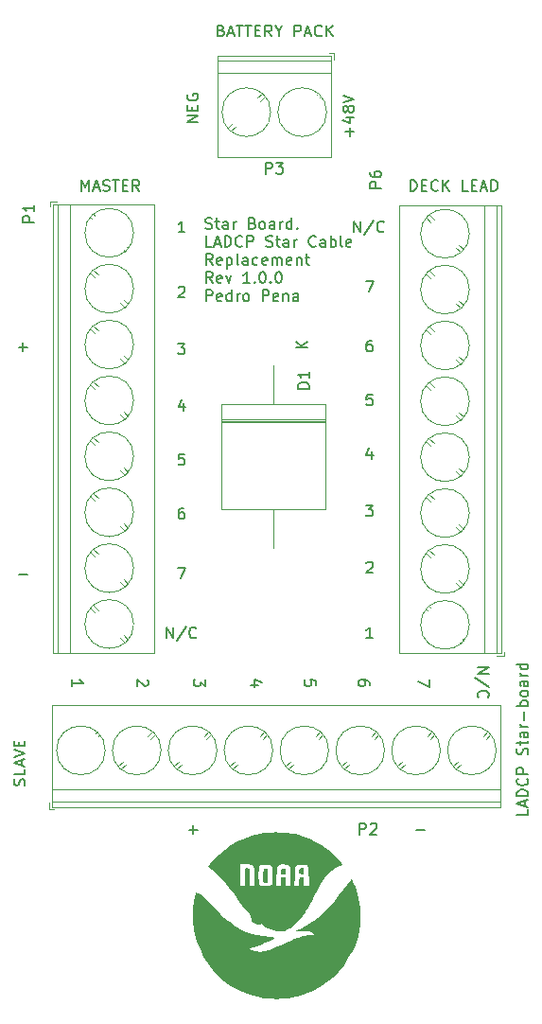
<source format=gbr>
%TF.GenerationSoftware,KiCad,Pcbnew,7.0.10-7.0.10~ubuntu22.04.1*%
%TF.CreationDate,2024-01-30T10:17:11-05:00*%
%TF.ProjectId,ladcp_star_circuit,6c616463-705f-4737-9461-725f63697263,1.0.0*%
%TF.SameCoordinates,Original*%
%TF.FileFunction,Legend,Top*%
%TF.FilePolarity,Positive*%
%FSLAX46Y46*%
G04 Gerber Fmt 4.6, Leading zero omitted, Abs format (unit mm)*
G04 Created by KiCad (PCBNEW 7.0.10-7.0.10~ubuntu22.04.1) date 2024-01-30 10:17:11*
%MOMM*%
%LPD*%
G01*
G04 APERTURE LIST*
%ADD10C,0.150000*%
%ADD11C,0.300000*%
%ADD12C,0.120000*%
G04 APERTURE END LIST*
D10*
X158949819Y-114497030D02*
X158949819Y-114973220D01*
X158949819Y-114973220D02*
X157949819Y-114973220D01*
X158664104Y-114211315D02*
X158664104Y-113735125D01*
X158949819Y-114306553D02*
X157949819Y-113973220D01*
X157949819Y-113973220D02*
X158949819Y-113639887D01*
X158949819Y-113306553D02*
X157949819Y-113306553D01*
X157949819Y-113306553D02*
X157949819Y-113068458D01*
X157949819Y-113068458D02*
X157997438Y-112925601D01*
X157997438Y-112925601D02*
X158092676Y-112830363D01*
X158092676Y-112830363D02*
X158187914Y-112782744D01*
X158187914Y-112782744D02*
X158378390Y-112735125D01*
X158378390Y-112735125D02*
X158521247Y-112735125D01*
X158521247Y-112735125D02*
X158711723Y-112782744D01*
X158711723Y-112782744D02*
X158806961Y-112830363D01*
X158806961Y-112830363D02*
X158902200Y-112925601D01*
X158902200Y-112925601D02*
X158949819Y-113068458D01*
X158949819Y-113068458D02*
X158949819Y-113306553D01*
X158854580Y-111735125D02*
X158902200Y-111782744D01*
X158902200Y-111782744D02*
X158949819Y-111925601D01*
X158949819Y-111925601D02*
X158949819Y-112020839D01*
X158949819Y-112020839D02*
X158902200Y-112163696D01*
X158902200Y-112163696D02*
X158806961Y-112258934D01*
X158806961Y-112258934D02*
X158711723Y-112306553D01*
X158711723Y-112306553D02*
X158521247Y-112354172D01*
X158521247Y-112354172D02*
X158378390Y-112354172D01*
X158378390Y-112354172D02*
X158187914Y-112306553D01*
X158187914Y-112306553D02*
X158092676Y-112258934D01*
X158092676Y-112258934D02*
X157997438Y-112163696D01*
X157997438Y-112163696D02*
X157949819Y-112020839D01*
X157949819Y-112020839D02*
X157949819Y-111925601D01*
X157949819Y-111925601D02*
X157997438Y-111782744D01*
X157997438Y-111782744D02*
X158045057Y-111735125D01*
X158949819Y-111306553D02*
X157949819Y-111306553D01*
X157949819Y-111306553D02*
X157949819Y-110925601D01*
X157949819Y-110925601D02*
X157997438Y-110830363D01*
X157997438Y-110830363D02*
X158045057Y-110782744D01*
X158045057Y-110782744D02*
X158140295Y-110735125D01*
X158140295Y-110735125D02*
X158283152Y-110735125D01*
X158283152Y-110735125D02*
X158378390Y-110782744D01*
X158378390Y-110782744D02*
X158426009Y-110830363D01*
X158426009Y-110830363D02*
X158473628Y-110925601D01*
X158473628Y-110925601D02*
X158473628Y-111306553D01*
X158902200Y-109592267D02*
X158949819Y-109449410D01*
X158949819Y-109449410D02*
X158949819Y-109211315D01*
X158949819Y-109211315D02*
X158902200Y-109116077D01*
X158902200Y-109116077D02*
X158854580Y-109068458D01*
X158854580Y-109068458D02*
X158759342Y-109020839D01*
X158759342Y-109020839D02*
X158664104Y-109020839D01*
X158664104Y-109020839D02*
X158568866Y-109068458D01*
X158568866Y-109068458D02*
X158521247Y-109116077D01*
X158521247Y-109116077D02*
X158473628Y-109211315D01*
X158473628Y-109211315D02*
X158426009Y-109401791D01*
X158426009Y-109401791D02*
X158378390Y-109497029D01*
X158378390Y-109497029D02*
X158330771Y-109544648D01*
X158330771Y-109544648D02*
X158235533Y-109592267D01*
X158235533Y-109592267D02*
X158140295Y-109592267D01*
X158140295Y-109592267D02*
X158045057Y-109544648D01*
X158045057Y-109544648D02*
X157997438Y-109497029D01*
X157997438Y-109497029D02*
X157949819Y-109401791D01*
X157949819Y-109401791D02*
X157949819Y-109163696D01*
X157949819Y-109163696D02*
X157997438Y-109020839D01*
X158283152Y-108735124D02*
X158283152Y-108354172D01*
X157949819Y-108592267D02*
X158806961Y-108592267D01*
X158806961Y-108592267D02*
X158902200Y-108544648D01*
X158902200Y-108544648D02*
X158949819Y-108449410D01*
X158949819Y-108449410D02*
X158949819Y-108354172D01*
X158949819Y-107592267D02*
X158426009Y-107592267D01*
X158426009Y-107592267D02*
X158330771Y-107639886D01*
X158330771Y-107639886D02*
X158283152Y-107735124D01*
X158283152Y-107735124D02*
X158283152Y-107925600D01*
X158283152Y-107925600D02*
X158330771Y-108020838D01*
X158902200Y-107592267D02*
X158949819Y-107687505D01*
X158949819Y-107687505D02*
X158949819Y-107925600D01*
X158949819Y-107925600D02*
X158902200Y-108020838D01*
X158902200Y-108020838D02*
X158806961Y-108068457D01*
X158806961Y-108068457D02*
X158711723Y-108068457D01*
X158711723Y-108068457D02*
X158616485Y-108020838D01*
X158616485Y-108020838D02*
X158568866Y-107925600D01*
X158568866Y-107925600D02*
X158568866Y-107687505D01*
X158568866Y-107687505D02*
X158521247Y-107592267D01*
X158949819Y-107116076D02*
X158283152Y-107116076D01*
X158473628Y-107116076D02*
X158378390Y-107068457D01*
X158378390Y-107068457D02*
X158330771Y-107020838D01*
X158330771Y-107020838D02*
X158283152Y-106925600D01*
X158283152Y-106925600D02*
X158283152Y-106830362D01*
X158568866Y-106497028D02*
X158568866Y-105735124D01*
X158949819Y-105258933D02*
X157949819Y-105258933D01*
X158330771Y-105258933D02*
X158283152Y-105163695D01*
X158283152Y-105163695D02*
X158283152Y-104973219D01*
X158283152Y-104973219D02*
X158330771Y-104877981D01*
X158330771Y-104877981D02*
X158378390Y-104830362D01*
X158378390Y-104830362D02*
X158473628Y-104782743D01*
X158473628Y-104782743D02*
X158759342Y-104782743D01*
X158759342Y-104782743D02*
X158854580Y-104830362D01*
X158854580Y-104830362D02*
X158902200Y-104877981D01*
X158902200Y-104877981D02*
X158949819Y-104973219D01*
X158949819Y-104973219D02*
X158949819Y-105163695D01*
X158949819Y-105163695D02*
X158902200Y-105258933D01*
X158949819Y-104211314D02*
X158902200Y-104306552D01*
X158902200Y-104306552D02*
X158854580Y-104354171D01*
X158854580Y-104354171D02*
X158759342Y-104401790D01*
X158759342Y-104401790D02*
X158473628Y-104401790D01*
X158473628Y-104401790D02*
X158378390Y-104354171D01*
X158378390Y-104354171D02*
X158330771Y-104306552D01*
X158330771Y-104306552D02*
X158283152Y-104211314D01*
X158283152Y-104211314D02*
X158283152Y-104068457D01*
X158283152Y-104068457D02*
X158330771Y-103973219D01*
X158330771Y-103973219D02*
X158378390Y-103925600D01*
X158378390Y-103925600D02*
X158473628Y-103877981D01*
X158473628Y-103877981D02*
X158759342Y-103877981D01*
X158759342Y-103877981D02*
X158854580Y-103925600D01*
X158854580Y-103925600D02*
X158902200Y-103973219D01*
X158902200Y-103973219D02*
X158949819Y-104068457D01*
X158949819Y-104068457D02*
X158949819Y-104211314D01*
X158949819Y-103020838D02*
X158426009Y-103020838D01*
X158426009Y-103020838D02*
X158330771Y-103068457D01*
X158330771Y-103068457D02*
X158283152Y-103163695D01*
X158283152Y-103163695D02*
X158283152Y-103354171D01*
X158283152Y-103354171D02*
X158330771Y-103449409D01*
X158902200Y-103020838D02*
X158949819Y-103116076D01*
X158949819Y-103116076D02*
X158949819Y-103354171D01*
X158949819Y-103354171D02*
X158902200Y-103449409D01*
X158902200Y-103449409D02*
X158806961Y-103497028D01*
X158806961Y-103497028D02*
X158711723Y-103497028D01*
X158711723Y-103497028D02*
X158616485Y-103449409D01*
X158616485Y-103449409D02*
X158568866Y-103354171D01*
X158568866Y-103354171D02*
X158568866Y-103116076D01*
X158568866Y-103116076D02*
X158521247Y-103020838D01*
X158949819Y-102544647D02*
X158283152Y-102544647D01*
X158473628Y-102544647D02*
X158378390Y-102497028D01*
X158378390Y-102497028D02*
X158330771Y-102449409D01*
X158330771Y-102449409D02*
X158283152Y-102354171D01*
X158283152Y-102354171D02*
X158283152Y-102258933D01*
X158949819Y-101497028D02*
X157949819Y-101497028D01*
X158902200Y-101497028D02*
X158949819Y-101592266D01*
X158949819Y-101592266D02*
X158949819Y-101782742D01*
X158949819Y-101782742D02*
X158902200Y-101877980D01*
X158902200Y-101877980D02*
X158854580Y-101925599D01*
X158854580Y-101925599D02*
X158759342Y-101973218D01*
X158759342Y-101973218D02*
X158473628Y-101973218D01*
X158473628Y-101973218D02*
X158378390Y-101925599D01*
X158378390Y-101925599D02*
X158330771Y-101877980D01*
X158330771Y-101877980D02*
X158283152Y-101782742D01*
X158283152Y-101782742D02*
X158283152Y-101592266D01*
X158283152Y-101592266D02*
X158330771Y-101497028D01*
X144430592Y-67195819D02*
X145097258Y-67195819D01*
X145097258Y-67195819D02*
X144668687Y-68195819D01*
X118113180Y-103469839D02*
X118113180Y-102898411D01*
X118113180Y-103184125D02*
X119113180Y-103184125D01*
X119113180Y-103184125D02*
X118970323Y-103088887D01*
X118970323Y-103088887D02*
X118875085Y-102993649D01*
X118875085Y-102993649D02*
X118827466Y-102898411D01*
X126574779Y-99183819D02*
X126574779Y-98183819D01*
X126574779Y-98183819D02*
X127146207Y-99183819D01*
X127146207Y-99183819D02*
X127146207Y-98183819D01*
X128336683Y-98136200D02*
X127479541Y-99421914D01*
X129241445Y-99088580D02*
X129193826Y-99136200D01*
X129193826Y-99136200D02*
X129050969Y-99183819D01*
X129050969Y-99183819D02*
X128955731Y-99183819D01*
X128955731Y-99183819D02*
X128812874Y-99136200D01*
X128812874Y-99136200D02*
X128717636Y-99040961D01*
X128717636Y-99040961D02*
X128670017Y-98945723D01*
X128670017Y-98945723D02*
X128622398Y-98755247D01*
X128622398Y-98755247D02*
X128622398Y-98612390D01*
X128622398Y-98612390D02*
X128670017Y-98421914D01*
X128670017Y-98421914D02*
X128717636Y-98326676D01*
X128717636Y-98326676D02*
X128812874Y-98231438D01*
X128812874Y-98231438D02*
X128955731Y-98183819D01*
X128955731Y-98183819D02*
X129050969Y-98183819D01*
X129050969Y-98183819D02*
X129193826Y-98231438D01*
X129193826Y-98231438D02*
X129241445Y-98279057D01*
X142998866Y-54273220D02*
X142998866Y-53511316D01*
X143379819Y-53892268D02*
X142617914Y-53892268D01*
X142713152Y-52606554D02*
X143379819Y-52606554D01*
X142332200Y-52844649D02*
X143046485Y-53082744D01*
X143046485Y-53082744D02*
X143046485Y-52463697D01*
X142808390Y-51939887D02*
X142760771Y-52035125D01*
X142760771Y-52035125D02*
X142713152Y-52082744D01*
X142713152Y-52082744D02*
X142617914Y-52130363D01*
X142617914Y-52130363D02*
X142570295Y-52130363D01*
X142570295Y-52130363D02*
X142475057Y-52082744D01*
X142475057Y-52082744D02*
X142427438Y-52035125D01*
X142427438Y-52035125D02*
X142379819Y-51939887D01*
X142379819Y-51939887D02*
X142379819Y-51749411D01*
X142379819Y-51749411D02*
X142427438Y-51654173D01*
X142427438Y-51654173D02*
X142475057Y-51606554D01*
X142475057Y-51606554D02*
X142570295Y-51558935D01*
X142570295Y-51558935D02*
X142617914Y-51558935D01*
X142617914Y-51558935D02*
X142713152Y-51606554D01*
X142713152Y-51606554D02*
X142760771Y-51654173D01*
X142760771Y-51654173D02*
X142808390Y-51749411D01*
X142808390Y-51749411D02*
X142808390Y-51939887D01*
X142808390Y-51939887D02*
X142856009Y-52035125D01*
X142856009Y-52035125D02*
X142903628Y-52082744D01*
X142903628Y-52082744D02*
X142998866Y-52130363D01*
X142998866Y-52130363D02*
X143189342Y-52130363D01*
X143189342Y-52130363D02*
X143284580Y-52082744D01*
X143284580Y-52082744D02*
X143332200Y-52035125D01*
X143332200Y-52035125D02*
X143379819Y-51939887D01*
X143379819Y-51939887D02*
X143379819Y-51749411D01*
X143379819Y-51749411D02*
X143332200Y-51654173D01*
X143332200Y-51654173D02*
X143284580Y-51606554D01*
X143284580Y-51606554D02*
X143189342Y-51558935D01*
X143189342Y-51558935D02*
X142998866Y-51558935D01*
X142998866Y-51558935D02*
X142903628Y-51606554D01*
X142903628Y-51606554D02*
X142856009Y-51654173D01*
X142856009Y-51654173D02*
X142808390Y-51749411D01*
X142379819Y-51273220D02*
X143379819Y-50939887D01*
X143379819Y-50939887D02*
X142379819Y-50606554D01*
X143389579Y-62861819D02*
X143389579Y-61861819D01*
X143389579Y-61861819D02*
X143961007Y-62861819D01*
X143961007Y-62861819D02*
X143961007Y-61861819D01*
X145151483Y-61814200D02*
X144294341Y-63099914D01*
X146056245Y-62766580D02*
X146008626Y-62814200D01*
X146008626Y-62814200D02*
X145865769Y-62861819D01*
X145865769Y-62861819D02*
X145770531Y-62861819D01*
X145770531Y-62861819D02*
X145627674Y-62814200D01*
X145627674Y-62814200D02*
X145532436Y-62718961D01*
X145532436Y-62718961D02*
X145484817Y-62623723D01*
X145484817Y-62623723D02*
X145437198Y-62433247D01*
X145437198Y-62433247D02*
X145437198Y-62290390D01*
X145437198Y-62290390D02*
X145484817Y-62099914D01*
X145484817Y-62099914D02*
X145532436Y-62004676D01*
X145532436Y-62004676D02*
X145627674Y-61909438D01*
X145627674Y-61909438D02*
X145770531Y-61861819D01*
X145770531Y-61861819D02*
X145865769Y-61861819D01*
X145865769Y-61861819D02*
X146008626Y-61909438D01*
X146008626Y-61909438D02*
X146056245Y-61957057D01*
X145049639Y-99183819D02*
X144478211Y-99183819D01*
X144763925Y-99183819D02*
X144763925Y-98183819D01*
X144763925Y-98183819D02*
X144668687Y-98326676D01*
X144668687Y-98326676D02*
X144573449Y-98421914D01*
X144573449Y-98421914D02*
X144478211Y-98469533D01*
X145002020Y-77355819D02*
X144525830Y-77355819D01*
X144525830Y-77355819D02*
X144478211Y-77832009D01*
X144478211Y-77832009D02*
X144525830Y-77784390D01*
X144525830Y-77784390D02*
X144621068Y-77736771D01*
X144621068Y-77736771D02*
X144859163Y-77736771D01*
X144859163Y-77736771D02*
X144954401Y-77784390D01*
X144954401Y-77784390D02*
X145002020Y-77832009D01*
X145002020Y-77832009D02*
X145049639Y-77927247D01*
X145049639Y-77927247D02*
X145049639Y-78165342D01*
X145049639Y-78165342D02*
X145002020Y-78260580D01*
X145002020Y-78260580D02*
X144954401Y-78308200D01*
X144954401Y-78308200D02*
X144859163Y-78355819D01*
X144859163Y-78355819D02*
X144621068Y-78355819D01*
X144621068Y-78355819D02*
X144525830Y-78308200D01*
X144525830Y-78308200D02*
X144478211Y-78260580D01*
X124859942Y-102898411D02*
X124907561Y-102946030D01*
X124907561Y-102946030D02*
X124955180Y-103041268D01*
X124955180Y-103041268D02*
X124955180Y-103279363D01*
X124955180Y-103279363D02*
X124907561Y-103374601D01*
X124907561Y-103374601D02*
X124859942Y-103422220D01*
X124859942Y-103422220D02*
X124764704Y-103469839D01*
X124764704Y-103469839D02*
X124669466Y-103469839D01*
X124669466Y-103469839D02*
X124526609Y-103422220D01*
X124526609Y-103422220D02*
X123955180Y-102850792D01*
X123955180Y-102850792D02*
X123955180Y-103469839D01*
X127615792Y-92849819D02*
X128282458Y-92849819D01*
X128282458Y-92849819D02*
X127853887Y-93849819D01*
X148418779Y-59178819D02*
X148418779Y-58178819D01*
X148418779Y-58178819D02*
X148656874Y-58178819D01*
X148656874Y-58178819D02*
X148799731Y-58226438D01*
X148799731Y-58226438D02*
X148894969Y-58321676D01*
X148894969Y-58321676D02*
X148942588Y-58416914D01*
X148942588Y-58416914D02*
X148990207Y-58607390D01*
X148990207Y-58607390D02*
X148990207Y-58750247D01*
X148990207Y-58750247D02*
X148942588Y-58940723D01*
X148942588Y-58940723D02*
X148894969Y-59035961D01*
X148894969Y-59035961D02*
X148799731Y-59131200D01*
X148799731Y-59131200D02*
X148656874Y-59178819D01*
X148656874Y-59178819D02*
X148418779Y-59178819D01*
X149418779Y-58655009D02*
X149752112Y-58655009D01*
X149894969Y-59178819D02*
X149418779Y-59178819D01*
X149418779Y-59178819D02*
X149418779Y-58178819D01*
X149418779Y-58178819D02*
X149894969Y-58178819D01*
X150894969Y-59083580D02*
X150847350Y-59131200D01*
X150847350Y-59131200D02*
X150704493Y-59178819D01*
X150704493Y-59178819D02*
X150609255Y-59178819D01*
X150609255Y-59178819D02*
X150466398Y-59131200D01*
X150466398Y-59131200D02*
X150371160Y-59035961D01*
X150371160Y-59035961D02*
X150323541Y-58940723D01*
X150323541Y-58940723D02*
X150275922Y-58750247D01*
X150275922Y-58750247D02*
X150275922Y-58607390D01*
X150275922Y-58607390D02*
X150323541Y-58416914D01*
X150323541Y-58416914D02*
X150371160Y-58321676D01*
X150371160Y-58321676D02*
X150466398Y-58226438D01*
X150466398Y-58226438D02*
X150609255Y-58178819D01*
X150609255Y-58178819D02*
X150704493Y-58178819D01*
X150704493Y-58178819D02*
X150847350Y-58226438D01*
X150847350Y-58226438D02*
X150894969Y-58274057D01*
X151323541Y-59178819D02*
X151323541Y-58178819D01*
X151894969Y-59178819D02*
X151466398Y-58607390D01*
X151894969Y-58178819D02*
X151323541Y-58750247D01*
X153561636Y-59178819D02*
X153085446Y-59178819D01*
X153085446Y-59178819D02*
X153085446Y-58178819D01*
X153894970Y-58655009D02*
X154228303Y-58655009D01*
X154371160Y-59178819D02*
X153894970Y-59178819D01*
X153894970Y-59178819D02*
X153894970Y-58178819D01*
X153894970Y-58178819D02*
X154371160Y-58178819D01*
X154752113Y-58893104D02*
X155228303Y-58893104D01*
X154656875Y-59178819D02*
X154990208Y-58178819D01*
X154990208Y-58178819D02*
X155323541Y-59178819D01*
X155656875Y-59178819D02*
X155656875Y-58178819D01*
X155656875Y-58178819D02*
X155894970Y-58178819D01*
X155894970Y-58178819D02*
X156037827Y-58226438D01*
X156037827Y-58226438D02*
X156133065Y-58321676D01*
X156133065Y-58321676D02*
X156180684Y-58416914D01*
X156180684Y-58416914D02*
X156228303Y-58607390D01*
X156228303Y-58607390D02*
X156228303Y-58750247D01*
X156228303Y-58750247D02*
X156180684Y-58940723D01*
X156180684Y-58940723D02*
X156133065Y-59035961D01*
X156133065Y-59035961D02*
X156037827Y-59131200D01*
X156037827Y-59131200D02*
X155894970Y-59178819D01*
X155894970Y-59178819D02*
X155656875Y-59178819D01*
X127663411Y-67799057D02*
X127711030Y-67751438D01*
X127711030Y-67751438D02*
X127806268Y-67703819D01*
X127806268Y-67703819D02*
X128044363Y-67703819D01*
X128044363Y-67703819D02*
X128139601Y-67751438D01*
X128139601Y-67751438D02*
X128187220Y-67799057D01*
X128187220Y-67799057D02*
X128234839Y-67894295D01*
X128234839Y-67894295D02*
X128234839Y-67989533D01*
X128234839Y-67989533D02*
X128187220Y-68132390D01*
X128187220Y-68132390D02*
X127615792Y-68703819D01*
X127615792Y-68703819D02*
X128234839Y-68703819D01*
X118954779Y-59178819D02*
X118954779Y-58178819D01*
X118954779Y-58178819D02*
X119288112Y-58893104D01*
X119288112Y-58893104D02*
X119621445Y-58178819D01*
X119621445Y-58178819D02*
X119621445Y-59178819D01*
X120050017Y-58893104D02*
X120526207Y-58893104D01*
X119954779Y-59178819D02*
X120288112Y-58178819D01*
X120288112Y-58178819D02*
X120621445Y-59178819D01*
X120907160Y-59131200D02*
X121050017Y-59178819D01*
X121050017Y-59178819D02*
X121288112Y-59178819D01*
X121288112Y-59178819D02*
X121383350Y-59131200D01*
X121383350Y-59131200D02*
X121430969Y-59083580D01*
X121430969Y-59083580D02*
X121478588Y-58988342D01*
X121478588Y-58988342D02*
X121478588Y-58893104D01*
X121478588Y-58893104D02*
X121430969Y-58797866D01*
X121430969Y-58797866D02*
X121383350Y-58750247D01*
X121383350Y-58750247D02*
X121288112Y-58702628D01*
X121288112Y-58702628D02*
X121097636Y-58655009D01*
X121097636Y-58655009D02*
X121002398Y-58607390D01*
X121002398Y-58607390D02*
X120954779Y-58559771D01*
X120954779Y-58559771D02*
X120907160Y-58464533D01*
X120907160Y-58464533D02*
X120907160Y-58369295D01*
X120907160Y-58369295D02*
X120954779Y-58274057D01*
X120954779Y-58274057D02*
X121002398Y-58226438D01*
X121002398Y-58226438D02*
X121097636Y-58178819D01*
X121097636Y-58178819D02*
X121335731Y-58178819D01*
X121335731Y-58178819D02*
X121478588Y-58226438D01*
X121764303Y-58178819D02*
X122335731Y-58178819D01*
X122050017Y-59178819D02*
X122050017Y-58178819D01*
X122669065Y-58655009D02*
X123002398Y-58655009D01*
X123145255Y-59178819D02*
X122669065Y-59178819D01*
X122669065Y-59178819D02*
X122669065Y-58178819D01*
X122669065Y-58178819D02*
X123145255Y-58178819D01*
X124145255Y-59178819D02*
X123811922Y-58702628D01*
X123573827Y-59178819D02*
X123573827Y-58178819D01*
X123573827Y-58178819D02*
X123954779Y-58178819D01*
X123954779Y-58178819D02*
X124050017Y-58226438D01*
X124050017Y-58226438D02*
X124097636Y-58274057D01*
X124097636Y-58274057D02*
X124145255Y-58369295D01*
X124145255Y-58369295D02*
X124145255Y-58512152D01*
X124145255Y-58512152D02*
X124097636Y-58607390D01*
X124097636Y-58607390D02*
X124050017Y-58655009D01*
X124050017Y-58655009D02*
X123954779Y-58702628D01*
X123954779Y-58702628D02*
X123573827Y-58702628D01*
X150101180Y-102850792D02*
X150101180Y-103517458D01*
X150101180Y-103517458D02*
X149101180Y-103088887D01*
X131480112Y-44812009D02*
X131622969Y-44859628D01*
X131622969Y-44859628D02*
X131670588Y-44907247D01*
X131670588Y-44907247D02*
X131718207Y-45002485D01*
X131718207Y-45002485D02*
X131718207Y-45145342D01*
X131718207Y-45145342D02*
X131670588Y-45240580D01*
X131670588Y-45240580D02*
X131622969Y-45288200D01*
X131622969Y-45288200D02*
X131527731Y-45335819D01*
X131527731Y-45335819D02*
X131146779Y-45335819D01*
X131146779Y-45335819D02*
X131146779Y-44335819D01*
X131146779Y-44335819D02*
X131480112Y-44335819D01*
X131480112Y-44335819D02*
X131575350Y-44383438D01*
X131575350Y-44383438D02*
X131622969Y-44431057D01*
X131622969Y-44431057D02*
X131670588Y-44526295D01*
X131670588Y-44526295D02*
X131670588Y-44621533D01*
X131670588Y-44621533D02*
X131622969Y-44716771D01*
X131622969Y-44716771D02*
X131575350Y-44764390D01*
X131575350Y-44764390D02*
X131480112Y-44812009D01*
X131480112Y-44812009D02*
X131146779Y-44812009D01*
X132099160Y-45050104D02*
X132575350Y-45050104D01*
X132003922Y-45335819D02*
X132337255Y-44335819D01*
X132337255Y-44335819D02*
X132670588Y-45335819D01*
X132861065Y-44335819D02*
X133432493Y-44335819D01*
X133146779Y-45335819D02*
X133146779Y-44335819D01*
X133622970Y-44335819D02*
X134194398Y-44335819D01*
X133908684Y-45335819D02*
X133908684Y-44335819D01*
X134527732Y-44812009D02*
X134861065Y-44812009D01*
X135003922Y-45335819D02*
X134527732Y-45335819D01*
X134527732Y-45335819D02*
X134527732Y-44335819D01*
X134527732Y-44335819D02*
X135003922Y-44335819D01*
X136003922Y-45335819D02*
X135670589Y-44859628D01*
X135432494Y-45335819D02*
X135432494Y-44335819D01*
X135432494Y-44335819D02*
X135813446Y-44335819D01*
X135813446Y-44335819D02*
X135908684Y-44383438D01*
X135908684Y-44383438D02*
X135956303Y-44431057D01*
X135956303Y-44431057D02*
X136003922Y-44526295D01*
X136003922Y-44526295D02*
X136003922Y-44669152D01*
X136003922Y-44669152D02*
X135956303Y-44764390D01*
X135956303Y-44764390D02*
X135908684Y-44812009D01*
X135908684Y-44812009D02*
X135813446Y-44859628D01*
X135813446Y-44859628D02*
X135432494Y-44859628D01*
X136622970Y-44859628D02*
X136622970Y-45335819D01*
X136289637Y-44335819D02*
X136622970Y-44859628D01*
X136622970Y-44859628D02*
X136956303Y-44335819D01*
X138051542Y-45335819D02*
X138051542Y-44335819D01*
X138051542Y-44335819D02*
X138432494Y-44335819D01*
X138432494Y-44335819D02*
X138527732Y-44383438D01*
X138527732Y-44383438D02*
X138575351Y-44431057D01*
X138575351Y-44431057D02*
X138622970Y-44526295D01*
X138622970Y-44526295D02*
X138622970Y-44669152D01*
X138622970Y-44669152D02*
X138575351Y-44764390D01*
X138575351Y-44764390D02*
X138527732Y-44812009D01*
X138527732Y-44812009D02*
X138432494Y-44859628D01*
X138432494Y-44859628D02*
X138051542Y-44859628D01*
X139003923Y-45050104D02*
X139480113Y-45050104D01*
X138908685Y-45335819D02*
X139242018Y-44335819D01*
X139242018Y-44335819D02*
X139575351Y-45335819D01*
X140480113Y-45240580D02*
X140432494Y-45288200D01*
X140432494Y-45288200D02*
X140289637Y-45335819D01*
X140289637Y-45335819D02*
X140194399Y-45335819D01*
X140194399Y-45335819D02*
X140051542Y-45288200D01*
X140051542Y-45288200D02*
X139956304Y-45192961D01*
X139956304Y-45192961D02*
X139908685Y-45097723D01*
X139908685Y-45097723D02*
X139861066Y-44907247D01*
X139861066Y-44907247D02*
X139861066Y-44764390D01*
X139861066Y-44764390D02*
X139908685Y-44573914D01*
X139908685Y-44573914D02*
X139956304Y-44478676D01*
X139956304Y-44478676D02*
X140051542Y-44383438D01*
X140051542Y-44383438D02*
X140194399Y-44335819D01*
X140194399Y-44335819D02*
X140289637Y-44335819D01*
X140289637Y-44335819D02*
X140432494Y-44383438D01*
X140432494Y-44383438D02*
X140480113Y-44431057D01*
X140908685Y-45335819D02*
X140908685Y-44335819D01*
X141480113Y-45335819D02*
X141051542Y-44764390D01*
X141480113Y-44335819D02*
X140908685Y-44907247D01*
X134781847Y-103374601D02*
X134115180Y-103374601D01*
X135162800Y-103136506D02*
X134448514Y-102898411D01*
X134448514Y-102898411D02*
X134448514Y-103517458D01*
X144767180Y-103374601D02*
X144767180Y-103184125D01*
X144767180Y-103184125D02*
X144719561Y-103088887D01*
X144719561Y-103088887D02*
X144671942Y-103041268D01*
X144671942Y-103041268D02*
X144529085Y-102946030D01*
X144529085Y-102946030D02*
X144338609Y-102898411D01*
X144338609Y-102898411D02*
X143957657Y-102898411D01*
X143957657Y-102898411D02*
X143862419Y-102946030D01*
X143862419Y-102946030D02*
X143814800Y-102993649D01*
X143814800Y-102993649D02*
X143767180Y-103088887D01*
X143767180Y-103088887D02*
X143767180Y-103279363D01*
X143767180Y-103279363D02*
X143814800Y-103374601D01*
X143814800Y-103374601D02*
X143862419Y-103422220D01*
X143862419Y-103422220D02*
X143957657Y-103469839D01*
X143957657Y-103469839D02*
X144195752Y-103469839D01*
X144195752Y-103469839D02*
X144290990Y-103422220D01*
X144290990Y-103422220D02*
X144338609Y-103374601D01*
X144338609Y-103374601D02*
X144386228Y-103279363D01*
X144386228Y-103279363D02*
X144386228Y-103088887D01*
X144386228Y-103088887D02*
X144338609Y-102993649D01*
X144338609Y-102993649D02*
X144290990Y-102946030D01*
X144290990Y-102946030D02*
X144195752Y-102898411D01*
X144478211Y-92437057D02*
X144525830Y-92389438D01*
X144525830Y-92389438D02*
X144621068Y-92341819D01*
X144621068Y-92341819D02*
X144859163Y-92341819D01*
X144859163Y-92341819D02*
X144954401Y-92389438D01*
X144954401Y-92389438D02*
X145002020Y-92437057D01*
X145002020Y-92437057D02*
X145049639Y-92532295D01*
X145049639Y-92532295D02*
X145049639Y-92627533D01*
X145049639Y-92627533D02*
X145002020Y-92770390D01*
X145002020Y-92770390D02*
X144430592Y-93341819D01*
X144430592Y-93341819D02*
X145049639Y-93341819D01*
X129409819Y-53003220D02*
X128409819Y-53003220D01*
X128409819Y-53003220D02*
X129409819Y-52431792D01*
X129409819Y-52431792D02*
X128409819Y-52431792D01*
X128886009Y-51955601D02*
X128886009Y-51622268D01*
X129409819Y-51479411D02*
X129409819Y-51955601D01*
X129409819Y-51955601D02*
X128409819Y-51955601D01*
X128409819Y-51955601D02*
X128409819Y-51479411D01*
X128457438Y-50527030D02*
X128409819Y-50622268D01*
X128409819Y-50622268D02*
X128409819Y-50765125D01*
X128409819Y-50765125D02*
X128457438Y-50907982D01*
X128457438Y-50907982D02*
X128552676Y-51003220D01*
X128552676Y-51003220D02*
X128647914Y-51050839D01*
X128647914Y-51050839D02*
X128838390Y-51098458D01*
X128838390Y-51098458D02*
X128981247Y-51098458D01*
X128981247Y-51098458D02*
X129171723Y-51050839D01*
X129171723Y-51050839D02*
X129266961Y-51003220D01*
X129266961Y-51003220D02*
X129362200Y-50907982D01*
X129362200Y-50907982D02*
X129409819Y-50765125D01*
X129409819Y-50765125D02*
X129409819Y-50669887D01*
X129409819Y-50669887D02*
X129362200Y-50527030D01*
X129362200Y-50527030D02*
X129314580Y-50479411D01*
X129314580Y-50479411D02*
X128981247Y-50479411D01*
X128981247Y-50479411D02*
X128981247Y-50669887D01*
X128187220Y-82689819D02*
X127711030Y-82689819D01*
X127711030Y-82689819D02*
X127663411Y-83166009D01*
X127663411Y-83166009D02*
X127711030Y-83118390D01*
X127711030Y-83118390D02*
X127806268Y-83070771D01*
X127806268Y-83070771D02*
X128044363Y-83070771D01*
X128044363Y-83070771D02*
X128139601Y-83118390D01*
X128139601Y-83118390D02*
X128187220Y-83166009D01*
X128187220Y-83166009D02*
X128234839Y-83261247D01*
X128234839Y-83261247D02*
X128234839Y-83499342D01*
X128234839Y-83499342D02*
X128187220Y-83594580D01*
X128187220Y-83594580D02*
X128139601Y-83642200D01*
X128139601Y-83642200D02*
X128044363Y-83689819D01*
X128044363Y-83689819D02*
X127806268Y-83689819D01*
X127806268Y-83689819D02*
X127711030Y-83642200D01*
X127711030Y-83642200D02*
X127663411Y-83594580D01*
X144430592Y-87261819D02*
X145049639Y-87261819D01*
X145049639Y-87261819D02*
X144716306Y-87642771D01*
X144716306Y-87642771D02*
X144859163Y-87642771D01*
X144859163Y-87642771D02*
X144954401Y-87690390D01*
X144954401Y-87690390D02*
X145002020Y-87738009D01*
X145002020Y-87738009D02*
X145049639Y-87833247D01*
X145049639Y-87833247D02*
X145049639Y-88071342D01*
X145049639Y-88071342D02*
X145002020Y-88166580D01*
X145002020Y-88166580D02*
X144954401Y-88214200D01*
X144954401Y-88214200D02*
X144859163Y-88261819D01*
X144859163Y-88261819D02*
X144573449Y-88261819D01*
X144573449Y-88261819D02*
X144478211Y-88214200D01*
X144478211Y-88214200D02*
X144430592Y-88166580D01*
X128234839Y-62861819D02*
X127663411Y-62861819D01*
X127949125Y-62861819D02*
X127949125Y-61861819D01*
X127949125Y-61861819D02*
X127853887Y-62004676D01*
X127853887Y-62004676D02*
X127758649Y-62099914D01*
X127758649Y-62099914D02*
X127663411Y-62147533D01*
X148926779Y-116328866D02*
X149688684Y-116328866D01*
X130035180Y-102850792D02*
X130035180Y-103469839D01*
X130035180Y-103469839D02*
X129654228Y-103136506D01*
X129654228Y-103136506D02*
X129654228Y-103279363D01*
X129654228Y-103279363D02*
X129606609Y-103374601D01*
X129606609Y-103374601D02*
X129558990Y-103422220D01*
X129558990Y-103422220D02*
X129463752Y-103469839D01*
X129463752Y-103469839D02*
X129225657Y-103469839D01*
X129225657Y-103469839D02*
X129130419Y-103422220D01*
X129130419Y-103422220D02*
X129082800Y-103374601D01*
X129082800Y-103374601D02*
X129035180Y-103279363D01*
X129035180Y-103279363D02*
X129035180Y-102993649D01*
X129035180Y-102993649D02*
X129082800Y-102898411D01*
X129082800Y-102898411D02*
X129130419Y-102850792D01*
X127615792Y-72783819D02*
X128234839Y-72783819D01*
X128234839Y-72783819D02*
X127901506Y-73164771D01*
X127901506Y-73164771D02*
X128044363Y-73164771D01*
X128044363Y-73164771D02*
X128139601Y-73212390D01*
X128139601Y-73212390D02*
X128187220Y-73260009D01*
X128187220Y-73260009D02*
X128234839Y-73355247D01*
X128234839Y-73355247D02*
X128234839Y-73593342D01*
X128234839Y-73593342D02*
X128187220Y-73688580D01*
X128187220Y-73688580D02*
X128139601Y-73736200D01*
X128139601Y-73736200D02*
X128044363Y-73783819D01*
X128044363Y-73783819D02*
X127758649Y-73783819D01*
X127758649Y-73783819D02*
X127663411Y-73736200D01*
X127663411Y-73736200D02*
X127615792Y-73688580D01*
X130089160Y-62532200D02*
X130232017Y-62579819D01*
X130232017Y-62579819D02*
X130470112Y-62579819D01*
X130470112Y-62579819D02*
X130565350Y-62532200D01*
X130565350Y-62532200D02*
X130612969Y-62484580D01*
X130612969Y-62484580D02*
X130660588Y-62389342D01*
X130660588Y-62389342D02*
X130660588Y-62294104D01*
X130660588Y-62294104D02*
X130612969Y-62198866D01*
X130612969Y-62198866D02*
X130565350Y-62151247D01*
X130565350Y-62151247D02*
X130470112Y-62103628D01*
X130470112Y-62103628D02*
X130279636Y-62056009D01*
X130279636Y-62056009D02*
X130184398Y-62008390D01*
X130184398Y-62008390D02*
X130136779Y-61960771D01*
X130136779Y-61960771D02*
X130089160Y-61865533D01*
X130089160Y-61865533D02*
X130089160Y-61770295D01*
X130089160Y-61770295D02*
X130136779Y-61675057D01*
X130136779Y-61675057D02*
X130184398Y-61627438D01*
X130184398Y-61627438D02*
X130279636Y-61579819D01*
X130279636Y-61579819D02*
X130517731Y-61579819D01*
X130517731Y-61579819D02*
X130660588Y-61627438D01*
X130946303Y-61913152D02*
X131327255Y-61913152D01*
X131089160Y-61579819D02*
X131089160Y-62436961D01*
X131089160Y-62436961D02*
X131136779Y-62532200D01*
X131136779Y-62532200D02*
X131232017Y-62579819D01*
X131232017Y-62579819D02*
X131327255Y-62579819D01*
X132089160Y-62579819D02*
X132089160Y-62056009D01*
X132089160Y-62056009D02*
X132041541Y-61960771D01*
X132041541Y-61960771D02*
X131946303Y-61913152D01*
X131946303Y-61913152D02*
X131755827Y-61913152D01*
X131755827Y-61913152D02*
X131660589Y-61960771D01*
X132089160Y-62532200D02*
X131993922Y-62579819D01*
X131993922Y-62579819D02*
X131755827Y-62579819D01*
X131755827Y-62579819D02*
X131660589Y-62532200D01*
X131660589Y-62532200D02*
X131612970Y-62436961D01*
X131612970Y-62436961D02*
X131612970Y-62341723D01*
X131612970Y-62341723D02*
X131660589Y-62246485D01*
X131660589Y-62246485D02*
X131755827Y-62198866D01*
X131755827Y-62198866D02*
X131993922Y-62198866D01*
X131993922Y-62198866D02*
X132089160Y-62151247D01*
X132565351Y-62579819D02*
X132565351Y-61913152D01*
X132565351Y-62103628D02*
X132612970Y-62008390D01*
X132612970Y-62008390D02*
X132660589Y-61960771D01*
X132660589Y-61960771D02*
X132755827Y-61913152D01*
X132755827Y-61913152D02*
X132851065Y-61913152D01*
X134279637Y-62056009D02*
X134422494Y-62103628D01*
X134422494Y-62103628D02*
X134470113Y-62151247D01*
X134470113Y-62151247D02*
X134517732Y-62246485D01*
X134517732Y-62246485D02*
X134517732Y-62389342D01*
X134517732Y-62389342D02*
X134470113Y-62484580D01*
X134470113Y-62484580D02*
X134422494Y-62532200D01*
X134422494Y-62532200D02*
X134327256Y-62579819D01*
X134327256Y-62579819D02*
X133946304Y-62579819D01*
X133946304Y-62579819D02*
X133946304Y-61579819D01*
X133946304Y-61579819D02*
X134279637Y-61579819D01*
X134279637Y-61579819D02*
X134374875Y-61627438D01*
X134374875Y-61627438D02*
X134422494Y-61675057D01*
X134422494Y-61675057D02*
X134470113Y-61770295D01*
X134470113Y-61770295D02*
X134470113Y-61865533D01*
X134470113Y-61865533D02*
X134422494Y-61960771D01*
X134422494Y-61960771D02*
X134374875Y-62008390D01*
X134374875Y-62008390D02*
X134279637Y-62056009D01*
X134279637Y-62056009D02*
X133946304Y-62056009D01*
X135089161Y-62579819D02*
X134993923Y-62532200D01*
X134993923Y-62532200D02*
X134946304Y-62484580D01*
X134946304Y-62484580D02*
X134898685Y-62389342D01*
X134898685Y-62389342D02*
X134898685Y-62103628D01*
X134898685Y-62103628D02*
X134946304Y-62008390D01*
X134946304Y-62008390D02*
X134993923Y-61960771D01*
X134993923Y-61960771D02*
X135089161Y-61913152D01*
X135089161Y-61913152D02*
X135232018Y-61913152D01*
X135232018Y-61913152D02*
X135327256Y-61960771D01*
X135327256Y-61960771D02*
X135374875Y-62008390D01*
X135374875Y-62008390D02*
X135422494Y-62103628D01*
X135422494Y-62103628D02*
X135422494Y-62389342D01*
X135422494Y-62389342D02*
X135374875Y-62484580D01*
X135374875Y-62484580D02*
X135327256Y-62532200D01*
X135327256Y-62532200D02*
X135232018Y-62579819D01*
X135232018Y-62579819D02*
X135089161Y-62579819D01*
X136279637Y-62579819D02*
X136279637Y-62056009D01*
X136279637Y-62056009D02*
X136232018Y-61960771D01*
X136232018Y-61960771D02*
X136136780Y-61913152D01*
X136136780Y-61913152D02*
X135946304Y-61913152D01*
X135946304Y-61913152D02*
X135851066Y-61960771D01*
X136279637Y-62532200D02*
X136184399Y-62579819D01*
X136184399Y-62579819D02*
X135946304Y-62579819D01*
X135946304Y-62579819D02*
X135851066Y-62532200D01*
X135851066Y-62532200D02*
X135803447Y-62436961D01*
X135803447Y-62436961D02*
X135803447Y-62341723D01*
X135803447Y-62341723D02*
X135851066Y-62246485D01*
X135851066Y-62246485D02*
X135946304Y-62198866D01*
X135946304Y-62198866D02*
X136184399Y-62198866D01*
X136184399Y-62198866D02*
X136279637Y-62151247D01*
X136755828Y-62579819D02*
X136755828Y-61913152D01*
X136755828Y-62103628D02*
X136803447Y-62008390D01*
X136803447Y-62008390D02*
X136851066Y-61960771D01*
X136851066Y-61960771D02*
X136946304Y-61913152D01*
X136946304Y-61913152D02*
X137041542Y-61913152D01*
X137803447Y-62579819D02*
X137803447Y-61579819D01*
X137803447Y-62532200D02*
X137708209Y-62579819D01*
X137708209Y-62579819D02*
X137517733Y-62579819D01*
X137517733Y-62579819D02*
X137422495Y-62532200D01*
X137422495Y-62532200D02*
X137374876Y-62484580D01*
X137374876Y-62484580D02*
X137327257Y-62389342D01*
X137327257Y-62389342D02*
X137327257Y-62103628D01*
X137327257Y-62103628D02*
X137374876Y-62008390D01*
X137374876Y-62008390D02*
X137422495Y-61960771D01*
X137422495Y-61960771D02*
X137517733Y-61913152D01*
X137517733Y-61913152D02*
X137708209Y-61913152D01*
X137708209Y-61913152D02*
X137803447Y-61960771D01*
X138279638Y-62484580D02*
X138327257Y-62532200D01*
X138327257Y-62532200D02*
X138279638Y-62579819D01*
X138279638Y-62579819D02*
X138232019Y-62532200D01*
X138232019Y-62532200D02*
X138279638Y-62484580D01*
X138279638Y-62484580D02*
X138279638Y-62579819D01*
X130612969Y-64189819D02*
X130136779Y-64189819D01*
X130136779Y-64189819D02*
X130136779Y-63189819D01*
X130898684Y-63904104D02*
X131374874Y-63904104D01*
X130803446Y-64189819D02*
X131136779Y-63189819D01*
X131136779Y-63189819D02*
X131470112Y-64189819D01*
X131803446Y-64189819D02*
X131803446Y-63189819D01*
X131803446Y-63189819D02*
X132041541Y-63189819D01*
X132041541Y-63189819D02*
X132184398Y-63237438D01*
X132184398Y-63237438D02*
X132279636Y-63332676D01*
X132279636Y-63332676D02*
X132327255Y-63427914D01*
X132327255Y-63427914D02*
X132374874Y-63618390D01*
X132374874Y-63618390D02*
X132374874Y-63761247D01*
X132374874Y-63761247D02*
X132327255Y-63951723D01*
X132327255Y-63951723D02*
X132279636Y-64046961D01*
X132279636Y-64046961D02*
X132184398Y-64142200D01*
X132184398Y-64142200D02*
X132041541Y-64189819D01*
X132041541Y-64189819D02*
X131803446Y-64189819D01*
X133374874Y-64094580D02*
X133327255Y-64142200D01*
X133327255Y-64142200D02*
X133184398Y-64189819D01*
X133184398Y-64189819D02*
X133089160Y-64189819D01*
X133089160Y-64189819D02*
X132946303Y-64142200D01*
X132946303Y-64142200D02*
X132851065Y-64046961D01*
X132851065Y-64046961D02*
X132803446Y-63951723D01*
X132803446Y-63951723D02*
X132755827Y-63761247D01*
X132755827Y-63761247D02*
X132755827Y-63618390D01*
X132755827Y-63618390D02*
X132803446Y-63427914D01*
X132803446Y-63427914D02*
X132851065Y-63332676D01*
X132851065Y-63332676D02*
X132946303Y-63237438D01*
X132946303Y-63237438D02*
X133089160Y-63189819D01*
X133089160Y-63189819D02*
X133184398Y-63189819D01*
X133184398Y-63189819D02*
X133327255Y-63237438D01*
X133327255Y-63237438D02*
X133374874Y-63285057D01*
X133803446Y-64189819D02*
X133803446Y-63189819D01*
X133803446Y-63189819D02*
X134184398Y-63189819D01*
X134184398Y-63189819D02*
X134279636Y-63237438D01*
X134279636Y-63237438D02*
X134327255Y-63285057D01*
X134327255Y-63285057D02*
X134374874Y-63380295D01*
X134374874Y-63380295D02*
X134374874Y-63523152D01*
X134374874Y-63523152D02*
X134327255Y-63618390D01*
X134327255Y-63618390D02*
X134279636Y-63666009D01*
X134279636Y-63666009D02*
X134184398Y-63713628D01*
X134184398Y-63713628D02*
X133803446Y-63713628D01*
X135517732Y-64142200D02*
X135660589Y-64189819D01*
X135660589Y-64189819D02*
X135898684Y-64189819D01*
X135898684Y-64189819D02*
X135993922Y-64142200D01*
X135993922Y-64142200D02*
X136041541Y-64094580D01*
X136041541Y-64094580D02*
X136089160Y-63999342D01*
X136089160Y-63999342D02*
X136089160Y-63904104D01*
X136089160Y-63904104D02*
X136041541Y-63808866D01*
X136041541Y-63808866D02*
X135993922Y-63761247D01*
X135993922Y-63761247D02*
X135898684Y-63713628D01*
X135898684Y-63713628D02*
X135708208Y-63666009D01*
X135708208Y-63666009D02*
X135612970Y-63618390D01*
X135612970Y-63618390D02*
X135565351Y-63570771D01*
X135565351Y-63570771D02*
X135517732Y-63475533D01*
X135517732Y-63475533D02*
X135517732Y-63380295D01*
X135517732Y-63380295D02*
X135565351Y-63285057D01*
X135565351Y-63285057D02*
X135612970Y-63237438D01*
X135612970Y-63237438D02*
X135708208Y-63189819D01*
X135708208Y-63189819D02*
X135946303Y-63189819D01*
X135946303Y-63189819D02*
X136089160Y-63237438D01*
X136374875Y-63523152D02*
X136755827Y-63523152D01*
X136517732Y-63189819D02*
X136517732Y-64046961D01*
X136517732Y-64046961D02*
X136565351Y-64142200D01*
X136565351Y-64142200D02*
X136660589Y-64189819D01*
X136660589Y-64189819D02*
X136755827Y-64189819D01*
X137517732Y-64189819D02*
X137517732Y-63666009D01*
X137517732Y-63666009D02*
X137470113Y-63570771D01*
X137470113Y-63570771D02*
X137374875Y-63523152D01*
X137374875Y-63523152D02*
X137184399Y-63523152D01*
X137184399Y-63523152D02*
X137089161Y-63570771D01*
X137517732Y-64142200D02*
X137422494Y-64189819D01*
X137422494Y-64189819D02*
X137184399Y-64189819D01*
X137184399Y-64189819D02*
X137089161Y-64142200D01*
X137089161Y-64142200D02*
X137041542Y-64046961D01*
X137041542Y-64046961D02*
X137041542Y-63951723D01*
X137041542Y-63951723D02*
X137089161Y-63856485D01*
X137089161Y-63856485D02*
X137184399Y-63808866D01*
X137184399Y-63808866D02*
X137422494Y-63808866D01*
X137422494Y-63808866D02*
X137517732Y-63761247D01*
X137993923Y-64189819D02*
X137993923Y-63523152D01*
X137993923Y-63713628D02*
X138041542Y-63618390D01*
X138041542Y-63618390D02*
X138089161Y-63570771D01*
X138089161Y-63570771D02*
X138184399Y-63523152D01*
X138184399Y-63523152D02*
X138279637Y-63523152D01*
X139946304Y-64094580D02*
X139898685Y-64142200D01*
X139898685Y-64142200D02*
X139755828Y-64189819D01*
X139755828Y-64189819D02*
X139660590Y-64189819D01*
X139660590Y-64189819D02*
X139517733Y-64142200D01*
X139517733Y-64142200D02*
X139422495Y-64046961D01*
X139422495Y-64046961D02*
X139374876Y-63951723D01*
X139374876Y-63951723D02*
X139327257Y-63761247D01*
X139327257Y-63761247D02*
X139327257Y-63618390D01*
X139327257Y-63618390D02*
X139374876Y-63427914D01*
X139374876Y-63427914D02*
X139422495Y-63332676D01*
X139422495Y-63332676D02*
X139517733Y-63237438D01*
X139517733Y-63237438D02*
X139660590Y-63189819D01*
X139660590Y-63189819D02*
X139755828Y-63189819D01*
X139755828Y-63189819D02*
X139898685Y-63237438D01*
X139898685Y-63237438D02*
X139946304Y-63285057D01*
X140803447Y-64189819D02*
X140803447Y-63666009D01*
X140803447Y-63666009D02*
X140755828Y-63570771D01*
X140755828Y-63570771D02*
X140660590Y-63523152D01*
X140660590Y-63523152D02*
X140470114Y-63523152D01*
X140470114Y-63523152D02*
X140374876Y-63570771D01*
X140803447Y-64142200D02*
X140708209Y-64189819D01*
X140708209Y-64189819D02*
X140470114Y-64189819D01*
X140470114Y-64189819D02*
X140374876Y-64142200D01*
X140374876Y-64142200D02*
X140327257Y-64046961D01*
X140327257Y-64046961D02*
X140327257Y-63951723D01*
X140327257Y-63951723D02*
X140374876Y-63856485D01*
X140374876Y-63856485D02*
X140470114Y-63808866D01*
X140470114Y-63808866D02*
X140708209Y-63808866D01*
X140708209Y-63808866D02*
X140803447Y-63761247D01*
X141279638Y-64189819D02*
X141279638Y-63189819D01*
X141279638Y-63570771D02*
X141374876Y-63523152D01*
X141374876Y-63523152D02*
X141565352Y-63523152D01*
X141565352Y-63523152D02*
X141660590Y-63570771D01*
X141660590Y-63570771D02*
X141708209Y-63618390D01*
X141708209Y-63618390D02*
X141755828Y-63713628D01*
X141755828Y-63713628D02*
X141755828Y-63999342D01*
X141755828Y-63999342D02*
X141708209Y-64094580D01*
X141708209Y-64094580D02*
X141660590Y-64142200D01*
X141660590Y-64142200D02*
X141565352Y-64189819D01*
X141565352Y-64189819D02*
X141374876Y-64189819D01*
X141374876Y-64189819D02*
X141279638Y-64142200D01*
X142327257Y-64189819D02*
X142232019Y-64142200D01*
X142232019Y-64142200D02*
X142184400Y-64046961D01*
X142184400Y-64046961D02*
X142184400Y-63189819D01*
X143089162Y-64142200D02*
X142993924Y-64189819D01*
X142993924Y-64189819D02*
X142803448Y-64189819D01*
X142803448Y-64189819D02*
X142708210Y-64142200D01*
X142708210Y-64142200D02*
X142660591Y-64046961D01*
X142660591Y-64046961D02*
X142660591Y-63666009D01*
X142660591Y-63666009D02*
X142708210Y-63570771D01*
X142708210Y-63570771D02*
X142803448Y-63523152D01*
X142803448Y-63523152D02*
X142993924Y-63523152D01*
X142993924Y-63523152D02*
X143089162Y-63570771D01*
X143089162Y-63570771D02*
X143136781Y-63666009D01*
X143136781Y-63666009D02*
X143136781Y-63761247D01*
X143136781Y-63761247D02*
X142660591Y-63856485D01*
X130708207Y-65799819D02*
X130374874Y-65323628D01*
X130136779Y-65799819D02*
X130136779Y-64799819D01*
X130136779Y-64799819D02*
X130517731Y-64799819D01*
X130517731Y-64799819D02*
X130612969Y-64847438D01*
X130612969Y-64847438D02*
X130660588Y-64895057D01*
X130660588Y-64895057D02*
X130708207Y-64990295D01*
X130708207Y-64990295D02*
X130708207Y-65133152D01*
X130708207Y-65133152D02*
X130660588Y-65228390D01*
X130660588Y-65228390D02*
X130612969Y-65276009D01*
X130612969Y-65276009D02*
X130517731Y-65323628D01*
X130517731Y-65323628D02*
X130136779Y-65323628D01*
X131517731Y-65752200D02*
X131422493Y-65799819D01*
X131422493Y-65799819D02*
X131232017Y-65799819D01*
X131232017Y-65799819D02*
X131136779Y-65752200D01*
X131136779Y-65752200D02*
X131089160Y-65656961D01*
X131089160Y-65656961D02*
X131089160Y-65276009D01*
X131089160Y-65276009D02*
X131136779Y-65180771D01*
X131136779Y-65180771D02*
X131232017Y-65133152D01*
X131232017Y-65133152D02*
X131422493Y-65133152D01*
X131422493Y-65133152D02*
X131517731Y-65180771D01*
X131517731Y-65180771D02*
X131565350Y-65276009D01*
X131565350Y-65276009D02*
X131565350Y-65371247D01*
X131565350Y-65371247D02*
X131089160Y-65466485D01*
X131993922Y-65133152D02*
X131993922Y-66133152D01*
X131993922Y-65180771D02*
X132089160Y-65133152D01*
X132089160Y-65133152D02*
X132279636Y-65133152D01*
X132279636Y-65133152D02*
X132374874Y-65180771D01*
X132374874Y-65180771D02*
X132422493Y-65228390D01*
X132422493Y-65228390D02*
X132470112Y-65323628D01*
X132470112Y-65323628D02*
X132470112Y-65609342D01*
X132470112Y-65609342D02*
X132422493Y-65704580D01*
X132422493Y-65704580D02*
X132374874Y-65752200D01*
X132374874Y-65752200D02*
X132279636Y-65799819D01*
X132279636Y-65799819D02*
X132089160Y-65799819D01*
X132089160Y-65799819D02*
X131993922Y-65752200D01*
X133041541Y-65799819D02*
X132946303Y-65752200D01*
X132946303Y-65752200D02*
X132898684Y-65656961D01*
X132898684Y-65656961D02*
X132898684Y-64799819D01*
X133851065Y-65799819D02*
X133851065Y-65276009D01*
X133851065Y-65276009D02*
X133803446Y-65180771D01*
X133803446Y-65180771D02*
X133708208Y-65133152D01*
X133708208Y-65133152D02*
X133517732Y-65133152D01*
X133517732Y-65133152D02*
X133422494Y-65180771D01*
X133851065Y-65752200D02*
X133755827Y-65799819D01*
X133755827Y-65799819D02*
X133517732Y-65799819D01*
X133517732Y-65799819D02*
X133422494Y-65752200D01*
X133422494Y-65752200D02*
X133374875Y-65656961D01*
X133374875Y-65656961D02*
X133374875Y-65561723D01*
X133374875Y-65561723D02*
X133422494Y-65466485D01*
X133422494Y-65466485D02*
X133517732Y-65418866D01*
X133517732Y-65418866D02*
X133755827Y-65418866D01*
X133755827Y-65418866D02*
X133851065Y-65371247D01*
X134755827Y-65752200D02*
X134660589Y-65799819D01*
X134660589Y-65799819D02*
X134470113Y-65799819D01*
X134470113Y-65799819D02*
X134374875Y-65752200D01*
X134374875Y-65752200D02*
X134327256Y-65704580D01*
X134327256Y-65704580D02*
X134279637Y-65609342D01*
X134279637Y-65609342D02*
X134279637Y-65323628D01*
X134279637Y-65323628D02*
X134327256Y-65228390D01*
X134327256Y-65228390D02*
X134374875Y-65180771D01*
X134374875Y-65180771D02*
X134470113Y-65133152D01*
X134470113Y-65133152D02*
X134660589Y-65133152D01*
X134660589Y-65133152D02*
X134755827Y-65180771D01*
X135565351Y-65752200D02*
X135470113Y-65799819D01*
X135470113Y-65799819D02*
X135279637Y-65799819D01*
X135279637Y-65799819D02*
X135184399Y-65752200D01*
X135184399Y-65752200D02*
X135136780Y-65656961D01*
X135136780Y-65656961D02*
X135136780Y-65276009D01*
X135136780Y-65276009D02*
X135184399Y-65180771D01*
X135184399Y-65180771D02*
X135279637Y-65133152D01*
X135279637Y-65133152D02*
X135470113Y-65133152D01*
X135470113Y-65133152D02*
X135565351Y-65180771D01*
X135565351Y-65180771D02*
X135612970Y-65276009D01*
X135612970Y-65276009D02*
X135612970Y-65371247D01*
X135612970Y-65371247D02*
X135136780Y-65466485D01*
X136041542Y-65799819D02*
X136041542Y-65133152D01*
X136041542Y-65228390D02*
X136089161Y-65180771D01*
X136089161Y-65180771D02*
X136184399Y-65133152D01*
X136184399Y-65133152D02*
X136327256Y-65133152D01*
X136327256Y-65133152D02*
X136422494Y-65180771D01*
X136422494Y-65180771D02*
X136470113Y-65276009D01*
X136470113Y-65276009D02*
X136470113Y-65799819D01*
X136470113Y-65276009D02*
X136517732Y-65180771D01*
X136517732Y-65180771D02*
X136612970Y-65133152D01*
X136612970Y-65133152D02*
X136755827Y-65133152D01*
X136755827Y-65133152D02*
X136851066Y-65180771D01*
X136851066Y-65180771D02*
X136898685Y-65276009D01*
X136898685Y-65276009D02*
X136898685Y-65799819D01*
X137755827Y-65752200D02*
X137660589Y-65799819D01*
X137660589Y-65799819D02*
X137470113Y-65799819D01*
X137470113Y-65799819D02*
X137374875Y-65752200D01*
X137374875Y-65752200D02*
X137327256Y-65656961D01*
X137327256Y-65656961D02*
X137327256Y-65276009D01*
X137327256Y-65276009D02*
X137374875Y-65180771D01*
X137374875Y-65180771D02*
X137470113Y-65133152D01*
X137470113Y-65133152D02*
X137660589Y-65133152D01*
X137660589Y-65133152D02*
X137755827Y-65180771D01*
X137755827Y-65180771D02*
X137803446Y-65276009D01*
X137803446Y-65276009D02*
X137803446Y-65371247D01*
X137803446Y-65371247D02*
X137327256Y-65466485D01*
X138232018Y-65133152D02*
X138232018Y-65799819D01*
X138232018Y-65228390D02*
X138279637Y-65180771D01*
X138279637Y-65180771D02*
X138374875Y-65133152D01*
X138374875Y-65133152D02*
X138517732Y-65133152D01*
X138517732Y-65133152D02*
X138612970Y-65180771D01*
X138612970Y-65180771D02*
X138660589Y-65276009D01*
X138660589Y-65276009D02*
X138660589Y-65799819D01*
X138993923Y-65133152D02*
X139374875Y-65133152D01*
X139136780Y-64799819D02*
X139136780Y-65656961D01*
X139136780Y-65656961D02*
X139184399Y-65752200D01*
X139184399Y-65752200D02*
X139279637Y-65799819D01*
X139279637Y-65799819D02*
X139374875Y-65799819D01*
X130708207Y-67409819D02*
X130374874Y-66933628D01*
X130136779Y-67409819D02*
X130136779Y-66409819D01*
X130136779Y-66409819D02*
X130517731Y-66409819D01*
X130517731Y-66409819D02*
X130612969Y-66457438D01*
X130612969Y-66457438D02*
X130660588Y-66505057D01*
X130660588Y-66505057D02*
X130708207Y-66600295D01*
X130708207Y-66600295D02*
X130708207Y-66743152D01*
X130708207Y-66743152D02*
X130660588Y-66838390D01*
X130660588Y-66838390D02*
X130612969Y-66886009D01*
X130612969Y-66886009D02*
X130517731Y-66933628D01*
X130517731Y-66933628D02*
X130136779Y-66933628D01*
X131517731Y-67362200D02*
X131422493Y-67409819D01*
X131422493Y-67409819D02*
X131232017Y-67409819D01*
X131232017Y-67409819D02*
X131136779Y-67362200D01*
X131136779Y-67362200D02*
X131089160Y-67266961D01*
X131089160Y-67266961D02*
X131089160Y-66886009D01*
X131089160Y-66886009D02*
X131136779Y-66790771D01*
X131136779Y-66790771D02*
X131232017Y-66743152D01*
X131232017Y-66743152D02*
X131422493Y-66743152D01*
X131422493Y-66743152D02*
X131517731Y-66790771D01*
X131517731Y-66790771D02*
X131565350Y-66886009D01*
X131565350Y-66886009D02*
X131565350Y-66981247D01*
X131565350Y-66981247D02*
X131089160Y-67076485D01*
X131898684Y-66743152D02*
X132136779Y-67409819D01*
X132136779Y-67409819D02*
X132374874Y-66743152D01*
X134041541Y-67409819D02*
X133470113Y-67409819D01*
X133755827Y-67409819D02*
X133755827Y-66409819D01*
X133755827Y-66409819D02*
X133660589Y-66552676D01*
X133660589Y-66552676D02*
X133565351Y-66647914D01*
X133565351Y-66647914D02*
X133470113Y-66695533D01*
X134470113Y-67314580D02*
X134517732Y-67362200D01*
X134517732Y-67362200D02*
X134470113Y-67409819D01*
X134470113Y-67409819D02*
X134422494Y-67362200D01*
X134422494Y-67362200D02*
X134470113Y-67314580D01*
X134470113Y-67314580D02*
X134470113Y-67409819D01*
X135136779Y-66409819D02*
X135232017Y-66409819D01*
X135232017Y-66409819D02*
X135327255Y-66457438D01*
X135327255Y-66457438D02*
X135374874Y-66505057D01*
X135374874Y-66505057D02*
X135422493Y-66600295D01*
X135422493Y-66600295D02*
X135470112Y-66790771D01*
X135470112Y-66790771D02*
X135470112Y-67028866D01*
X135470112Y-67028866D02*
X135422493Y-67219342D01*
X135422493Y-67219342D02*
X135374874Y-67314580D01*
X135374874Y-67314580D02*
X135327255Y-67362200D01*
X135327255Y-67362200D02*
X135232017Y-67409819D01*
X135232017Y-67409819D02*
X135136779Y-67409819D01*
X135136779Y-67409819D02*
X135041541Y-67362200D01*
X135041541Y-67362200D02*
X134993922Y-67314580D01*
X134993922Y-67314580D02*
X134946303Y-67219342D01*
X134946303Y-67219342D02*
X134898684Y-67028866D01*
X134898684Y-67028866D02*
X134898684Y-66790771D01*
X134898684Y-66790771D02*
X134946303Y-66600295D01*
X134946303Y-66600295D02*
X134993922Y-66505057D01*
X134993922Y-66505057D02*
X135041541Y-66457438D01*
X135041541Y-66457438D02*
X135136779Y-66409819D01*
X135898684Y-67314580D02*
X135946303Y-67362200D01*
X135946303Y-67362200D02*
X135898684Y-67409819D01*
X135898684Y-67409819D02*
X135851065Y-67362200D01*
X135851065Y-67362200D02*
X135898684Y-67314580D01*
X135898684Y-67314580D02*
X135898684Y-67409819D01*
X136565350Y-66409819D02*
X136660588Y-66409819D01*
X136660588Y-66409819D02*
X136755826Y-66457438D01*
X136755826Y-66457438D02*
X136803445Y-66505057D01*
X136803445Y-66505057D02*
X136851064Y-66600295D01*
X136851064Y-66600295D02*
X136898683Y-66790771D01*
X136898683Y-66790771D02*
X136898683Y-67028866D01*
X136898683Y-67028866D02*
X136851064Y-67219342D01*
X136851064Y-67219342D02*
X136803445Y-67314580D01*
X136803445Y-67314580D02*
X136755826Y-67362200D01*
X136755826Y-67362200D02*
X136660588Y-67409819D01*
X136660588Y-67409819D02*
X136565350Y-67409819D01*
X136565350Y-67409819D02*
X136470112Y-67362200D01*
X136470112Y-67362200D02*
X136422493Y-67314580D01*
X136422493Y-67314580D02*
X136374874Y-67219342D01*
X136374874Y-67219342D02*
X136327255Y-67028866D01*
X136327255Y-67028866D02*
X136327255Y-66790771D01*
X136327255Y-66790771D02*
X136374874Y-66600295D01*
X136374874Y-66600295D02*
X136422493Y-66505057D01*
X136422493Y-66505057D02*
X136470112Y-66457438D01*
X136470112Y-66457438D02*
X136565350Y-66409819D01*
X130136779Y-69019819D02*
X130136779Y-68019819D01*
X130136779Y-68019819D02*
X130517731Y-68019819D01*
X130517731Y-68019819D02*
X130612969Y-68067438D01*
X130612969Y-68067438D02*
X130660588Y-68115057D01*
X130660588Y-68115057D02*
X130708207Y-68210295D01*
X130708207Y-68210295D02*
X130708207Y-68353152D01*
X130708207Y-68353152D02*
X130660588Y-68448390D01*
X130660588Y-68448390D02*
X130612969Y-68496009D01*
X130612969Y-68496009D02*
X130517731Y-68543628D01*
X130517731Y-68543628D02*
X130136779Y-68543628D01*
X131517731Y-68972200D02*
X131422493Y-69019819D01*
X131422493Y-69019819D02*
X131232017Y-69019819D01*
X131232017Y-69019819D02*
X131136779Y-68972200D01*
X131136779Y-68972200D02*
X131089160Y-68876961D01*
X131089160Y-68876961D02*
X131089160Y-68496009D01*
X131089160Y-68496009D02*
X131136779Y-68400771D01*
X131136779Y-68400771D02*
X131232017Y-68353152D01*
X131232017Y-68353152D02*
X131422493Y-68353152D01*
X131422493Y-68353152D02*
X131517731Y-68400771D01*
X131517731Y-68400771D02*
X131565350Y-68496009D01*
X131565350Y-68496009D02*
X131565350Y-68591247D01*
X131565350Y-68591247D02*
X131089160Y-68686485D01*
X132422493Y-69019819D02*
X132422493Y-68019819D01*
X132422493Y-68972200D02*
X132327255Y-69019819D01*
X132327255Y-69019819D02*
X132136779Y-69019819D01*
X132136779Y-69019819D02*
X132041541Y-68972200D01*
X132041541Y-68972200D02*
X131993922Y-68924580D01*
X131993922Y-68924580D02*
X131946303Y-68829342D01*
X131946303Y-68829342D02*
X131946303Y-68543628D01*
X131946303Y-68543628D02*
X131993922Y-68448390D01*
X131993922Y-68448390D02*
X132041541Y-68400771D01*
X132041541Y-68400771D02*
X132136779Y-68353152D01*
X132136779Y-68353152D02*
X132327255Y-68353152D01*
X132327255Y-68353152D02*
X132422493Y-68400771D01*
X132898684Y-69019819D02*
X132898684Y-68353152D01*
X132898684Y-68543628D02*
X132946303Y-68448390D01*
X132946303Y-68448390D02*
X132993922Y-68400771D01*
X132993922Y-68400771D02*
X133089160Y-68353152D01*
X133089160Y-68353152D02*
X133184398Y-68353152D01*
X133660589Y-69019819D02*
X133565351Y-68972200D01*
X133565351Y-68972200D02*
X133517732Y-68924580D01*
X133517732Y-68924580D02*
X133470113Y-68829342D01*
X133470113Y-68829342D02*
X133470113Y-68543628D01*
X133470113Y-68543628D02*
X133517732Y-68448390D01*
X133517732Y-68448390D02*
X133565351Y-68400771D01*
X133565351Y-68400771D02*
X133660589Y-68353152D01*
X133660589Y-68353152D02*
X133803446Y-68353152D01*
X133803446Y-68353152D02*
X133898684Y-68400771D01*
X133898684Y-68400771D02*
X133946303Y-68448390D01*
X133946303Y-68448390D02*
X133993922Y-68543628D01*
X133993922Y-68543628D02*
X133993922Y-68829342D01*
X133993922Y-68829342D02*
X133946303Y-68924580D01*
X133946303Y-68924580D02*
X133898684Y-68972200D01*
X133898684Y-68972200D02*
X133803446Y-69019819D01*
X133803446Y-69019819D02*
X133660589Y-69019819D01*
X135184399Y-69019819D02*
X135184399Y-68019819D01*
X135184399Y-68019819D02*
X135565351Y-68019819D01*
X135565351Y-68019819D02*
X135660589Y-68067438D01*
X135660589Y-68067438D02*
X135708208Y-68115057D01*
X135708208Y-68115057D02*
X135755827Y-68210295D01*
X135755827Y-68210295D02*
X135755827Y-68353152D01*
X135755827Y-68353152D02*
X135708208Y-68448390D01*
X135708208Y-68448390D02*
X135660589Y-68496009D01*
X135660589Y-68496009D02*
X135565351Y-68543628D01*
X135565351Y-68543628D02*
X135184399Y-68543628D01*
X136565351Y-68972200D02*
X136470113Y-69019819D01*
X136470113Y-69019819D02*
X136279637Y-69019819D01*
X136279637Y-69019819D02*
X136184399Y-68972200D01*
X136184399Y-68972200D02*
X136136780Y-68876961D01*
X136136780Y-68876961D02*
X136136780Y-68496009D01*
X136136780Y-68496009D02*
X136184399Y-68400771D01*
X136184399Y-68400771D02*
X136279637Y-68353152D01*
X136279637Y-68353152D02*
X136470113Y-68353152D01*
X136470113Y-68353152D02*
X136565351Y-68400771D01*
X136565351Y-68400771D02*
X136612970Y-68496009D01*
X136612970Y-68496009D02*
X136612970Y-68591247D01*
X136612970Y-68591247D02*
X136136780Y-68686485D01*
X137041542Y-68353152D02*
X137041542Y-69019819D01*
X137041542Y-68448390D02*
X137089161Y-68400771D01*
X137089161Y-68400771D02*
X137184399Y-68353152D01*
X137184399Y-68353152D02*
X137327256Y-68353152D01*
X137327256Y-68353152D02*
X137422494Y-68400771D01*
X137422494Y-68400771D02*
X137470113Y-68496009D01*
X137470113Y-68496009D02*
X137470113Y-69019819D01*
X138374875Y-69019819D02*
X138374875Y-68496009D01*
X138374875Y-68496009D02*
X138327256Y-68400771D01*
X138327256Y-68400771D02*
X138232018Y-68353152D01*
X138232018Y-68353152D02*
X138041542Y-68353152D01*
X138041542Y-68353152D02*
X137946304Y-68400771D01*
X138374875Y-68972200D02*
X138279637Y-69019819D01*
X138279637Y-69019819D02*
X138041542Y-69019819D01*
X138041542Y-69019819D02*
X137946304Y-68972200D01*
X137946304Y-68972200D02*
X137898685Y-68876961D01*
X137898685Y-68876961D02*
X137898685Y-68781723D01*
X137898685Y-68781723D02*
X137946304Y-68686485D01*
X137946304Y-68686485D02*
X138041542Y-68638866D01*
X138041542Y-68638866D02*
X138279637Y-68638866D01*
X138279637Y-68638866D02*
X138374875Y-68591247D01*
X139941180Y-103422220D02*
X139941180Y-102946030D01*
X139941180Y-102946030D02*
X139464990Y-102898411D01*
X139464990Y-102898411D02*
X139512609Y-102946030D01*
X139512609Y-102946030D02*
X139560228Y-103041268D01*
X139560228Y-103041268D02*
X139560228Y-103279363D01*
X139560228Y-103279363D02*
X139512609Y-103374601D01*
X139512609Y-103374601D02*
X139464990Y-103422220D01*
X139464990Y-103422220D02*
X139369752Y-103469839D01*
X139369752Y-103469839D02*
X139131657Y-103469839D01*
X139131657Y-103469839D02*
X139036419Y-103422220D01*
X139036419Y-103422220D02*
X138988800Y-103374601D01*
X138988800Y-103374601D02*
X138941180Y-103279363D01*
X138941180Y-103279363D02*
X138941180Y-103041268D01*
X138941180Y-103041268D02*
X138988800Y-102946030D01*
X138988800Y-102946030D02*
X139036419Y-102898411D01*
X128139601Y-78197152D02*
X128139601Y-78863819D01*
X127901506Y-77816200D02*
X127663411Y-78530485D01*
X127663411Y-78530485D02*
X128282458Y-78530485D01*
X144954401Y-72529819D02*
X144763925Y-72529819D01*
X144763925Y-72529819D02*
X144668687Y-72577438D01*
X144668687Y-72577438D02*
X144621068Y-72625057D01*
X144621068Y-72625057D02*
X144525830Y-72767914D01*
X144525830Y-72767914D02*
X144478211Y-72958390D01*
X144478211Y-72958390D02*
X144478211Y-73339342D01*
X144478211Y-73339342D02*
X144525830Y-73434580D01*
X144525830Y-73434580D02*
X144573449Y-73482200D01*
X144573449Y-73482200D02*
X144668687Y-73529819D01*
X144668687Y-73529819D02*
X144859163Y-73529819D01*
X144859163Y-73529819D02*
X144954401Y-73482200D01*
X144954401Y-73482200D02*
X145002020Y-73434580D01*
X145002020Y-73434580D02*
X145049639Y-73339342D01*
X145049639Y-73339342D02*
X145049639Y-73101247D01*
X145049639Y-73101247D02*
X145002020Y-73006009D01*
X145002020Y-73006009D02*
X144954401Y-72958390D01*
X144954401Y-72958390D02*
X144859163Y-72910771D01*
X144859163Y-72910771D02*
X144668687Y-72910771D01*
X144668687Y-72910771D02*
X144573449Y-72958390D01*
X144573449Y-72958390D02*
X144525830Y-73006009D01*
X144525830Y-73006009D02*
X144478211Y-73101247D01*
X154435180Y-101809779D02*
X155435180Y-101809779D01*
X155435180Y-101809779D02*
X154435180Y-102381207D01*
X154435180Y-102381207D02*
X155435180Y-102381207D01*
X155482800Y-103571683D02*
X154197085Y-102714541D01*
X154530419Y-104476445D02*
X154482800Y-104428826D01*
X154482800Y-104428826D02*
X154435180Y-104285969D01*
X154435180Y-104285969D02*
X154435180Y-104190731D01*
X154435180Y-104190731D02*
X154482800Y-104047874D01*
X154482800Y-104047874D02*
X154578038Y-103952636D01*
X154578038Y-103952636D02*
X154673276Y-103905017D01*
X154673276Y-103905017D02*
X154863752Y-103857398D01*
X154863752Y-103857398D02*
X155006609Y-103857398D01*
X155006609Y-103857398D02*
X155197085Y-103905017D01*
X155197085Y-103905017D02*
X155292323Y-103952636D01*
X155292323Y-103952636D02*
X155387561Y-104047874D01*
X155387561Y-104047874D02*
X155435180Y-104190731D01*
X155435180Y-104190731D02*
X155435180Y-104285969D01*
X155435180Y-104285969D02*
X155387561Y-104428826D01*
X155387561Y-104428826D02*
X155339942Y-104476445D01*
X144954401Y-82515152D02*
X144954401Y-83181819D01*
X144716306Y-82134200D02*
X144478211Y-82848485D01*
X144478211Y-82848485D02*
X145097258Y-82848485D01*
X113868200Y-112359839D02*
X113915819Y-112216982D01*
X113915819Y-112216982D02*
X113915819Y-111978887D01*
X113915819Y-111978887D02*
X113868200Y-111883649D01*
X113868200Y-111883649D02*
X113820580Y-111836030D01*
X113820580Y-111836030D02*
X113725342Y-111788411D01*
X113725342Y-111788411D02*
X113630104Y-111788411D01*
X113630104Y-111788411D02*
X113534866Y-111836030D01*
X113534866Y-111836030D02*
X113487247Y-111883649D01*
X113487247Y-111883649D02*
X113439628Y-111978887D01*
X113439628Y-111978887D02*
X113392009Y-112169363D01*
X113392009Y-112169363D02*
X113344390Y-112264601D01*
X113344390Y-112264601D02*
X113296771Y-112312220D01*
X113296771Y-112312220D02*
X113201533Y-112359839D01*
X113201533Y-112359839D02*
X113106295Y-112359839D01*
X113106295Y-112359839D02*
X113011057Y-112312220D01*
X113011057Y-112312220D02*
X112963438Y-112264601D01*
X112963438Y-112264601D02*
X112915819Y-112169363D01*
X112915819Y-112169363D02*
X112915819Y-111931268D01*
X112915819Y-111931268D02*
X112963438Y-111788411D01*
X113915819Y-110883649D02*
X113915819Y-111359839D01*
X113915819Y-111359839D02*
X112915819Y-111359839D01*
X113630104Y-110597934D02*
X113630104Y-110121744D01*
X113915819Y-110693172D02*
X112915819Y-110359839D01*
X112915819Y-110359839D02*
X113915819Y-110026506D01*
X112915819Y-109836029D02*
X113915819Y-109502696D01*
X113915819Y-109502696D02*
X112915819Y-109169363D01*
X113392009Y-108836029D02*
X113392009Y-108502696D01*
X113915819Y-108359839D02*
X113915819Y-108836029D01*
X113915819Y-108836029D02*
X112915819Y-108836029D01*
X112915819Y-108836029D02*
X112915819Y-108359839D01*
X113366779Y-93468866D02*
X114128684Y-93468866D01*
X128606779Y-116328866D02*
X129368684Y-116328866D01*
X128987731Y-116709819D02*
X128987731Y-115947914D01*
X113366779Y-73148866D02*
X114128684Y-73148866D01*
X113747731Y-73529819D02*
X113747731Y-72767914D01*
X128139601Y-87515819D02*
X127949125Y-87515819D01*
X127949125Y-87515819D02*
X127853887Y-87563438D01*
X127853887Y-87563438D02*
X127806268Y-87611057D01*
X127806268Y-87611057D02*
X127711030Y-87753914D01*
X127711030Y-87753914D02*
X127663411Y-87944390D01*
X127663411Y-87944390D02*
X127663411Y-88325342D01*
X127663411Y-88325342D02*
X127711030Y-88420580D01*
X127711030Y-88420580D02*
X127758649Y-88468200D01*
X127758649Y-88468200D02*
X127853887Y-88515819D01*
X127853887Y-88515819D02*
X128044363Y-88515819D01*
X128044363Y-88515819D02*
X128139601Y-88468200D01*
X128139601Y-88468200D02*
X128187220Y-88420580D01*
X128187220Y-88420580D02*
X128234839Y-88325342D01*
X128234839Y-88325342D02*
X128234839Y-88087247D01*
X128234839Y-88087247D02*
X128187220Y-87992009D01*
X128187220Y-87992009D02*
X128139601Y-87944390D01*
X128139601Y-87944390D02*
X128044363Y-87896771D01*
X128044363Y-87896771D02*
X127853887Y-87896771D01*
X127853887Y-87896771D02*
X127758649Y-87944390D01*
X127758649Y-87944390D02*
X127711030Y-87992009D01*
X127711030Y-87992009D02*
X127663411Y-88087247D01*
X114754819Y-61952094D02*
X113754819Y-61952094D01*
X113754819Y-61952094D02*
X113754819Y-61571142D01*
X113754819Y-61571142D02*
X113802438Y-61475904D01*
X113802438Y-61475904D02*
X113850057Y-61428285D01*
X113850057Y-61428285D02*
X113945295Y-61380666D01*
X113945295Y-61380666D02*
X114088152Y-61380666D01*
X114088152Y-61380666D02*
X114183390Y-61428285D01*
X114183390Y-61428285D02*
X114231009Y-61475904D01*
X114231009Y-61475904D02*
X114278628Y-61571142D01*
X114278628Y-61571142D02*
X114278628Y-61952094D01*
X114754819Y-60428285D02*
X114754819Y-60999713D01*
X114754819Y-60713999D02*
X113754819Y-60713999D01*
X113754819Y-60713999D02*
X113897676Y-60809237D01*
X113897676Y-60809237D02*
X113992914Y-60904475D01*
X113992914Y-60904475D02*
X114040533Y-60999713D01*
X139344819Y-76858094D02*
X138344819Y-76858094D01*
X138344819Y-76858094D02*
X138344819Y-76619999D01*
X138344819Y-76619999D02*
X138392438Y-76477142D01*
X138392438Y-76477142D02*
X138487676Y-76381904D01*
X138487676Y-76381904D02*
X138582914Y-76334285D01*
X138582914Y-76334285D02*
X138773390Y-76286666D01*
X138773390Y-76286666D02*
X138916247Y-76286666D01*
X138916247Y-76286666D02*
X139106723Y-76334285D01*
X139106723Y-76334285D02*
X139201961Y-76381904D01*
X139201961Y-76381904D02*
X139297200Y-76477142D01*
X139297200Y-76477142D02*
X139344819Y-76619999D01*
X139344819Y-76619999D02*
X139344819Y-76858094D01*
X139344819Y-75334285D02*
X139344819Y-75905713D01*
X139344819Y-75619999D02*
X138344819Y-75619999D01*
X138344819Y-75619999D02*
X138487676Y-75715237D01*
X138487676Y-75715237D02*
X138582914Y-75810475D01*
X138582914Y-75810475D02*
X138630533Y-75905713D01*
X139198819Y-73192904D02*
X138198819Y-73192904D01*
X139198819Y-72621476D02*
X138627390Y-73050047D01*
X138198819Y-72621476D02*
X138770247Y-73192904D01*
X145793619Y-58904094D02*
X144793619Y-58904094D01*
X144793619Y-58904094D02*
X144793619Y-58523142D01*
X144793619Y-58523142D02*
X144841238Y-58427904D01*
X144841238Y-58427904D02*
X144888857Y-58380285D01*
X144888857Y-58380285D02*
X144984095Y-58332666D01*
X144984095Y-58332666D02*
X145126952Y-58332666D01*
X145126952Y-58332666D02*
X145222190Y-58380285D01*
X145222190Y-58380285D02*
X145269809Y-58427904D01*
X145269809Y-58427904D02*
X145317428Y-58523142D01*
X145317428Y-58523142D02*
X145317428Y-58904094D01*
X144793619Y-57475523D02*
X144793619Y-57665999D01*
X144793619Y-57665999D02*
X144841238Y-57761237D01*
X144841238Y-57761237D02*
X144888857Y-57808856D01*
X144888857Y-57808856D02*
X145031714Y-57904094D01*
X145031714Y-57904094D02*
X145222190Y-57951713D01*
X145222190Y-57951713D02*
X145603142Y-57951713D01*
X145603142Y-57951713D02*
X145698380Y-57904094D01*
X145698380Y-57904094D02*
X145746000Y-57856475D01*
X145746000Y-57856475D02*
X145793619Y-57761237D01*
X145793619Y-57761237D02*
X145793619Y-57570761D01*
X145793619Y-57570761D02*
X145746000Y-57475523D01*
X145746000Y-57475523D02*
X145698380Y-57427904D01*
X145698380Y-57427904D02*
X145603142Y-57380285D01*
X145603142Y-57380285D02*
X145365047Y-57380285D01*
X145365047Y-57380285D02*
X145269809Y-57427904D01*
X145269809Y-57427904D02*
X145222190Y-57475523D01*
X145222190Y-57475523D02*
X145174571Y-57570761D01*
X145174571Y-57570761D02*
X145174571Y-57761237D01*
X145174571Y-57761237D02*
X145222190Y-57856475D01*
X145222190Y-57856475D02*
X145269809Y-57904094D01*
X145269809Y-57904094D02*
X145365047Y-57951713D01*
X143881905Y-116734819D02*
X143881905Y-115734819D01*
X143881905Y-115734819D02*
X144262857Y-115734819D01*
X144262857Y-115734819D02*
X144358095Y-115782438D01*
X144358095Y-115782438D02*
X144405714Y-115830057D01*
X144405714Y-115830057D02*
X144453333Y-115925295D01*
X144453333Y-115925295D02*
X144453333Y-116068152D01*
X144453333Y-116068152D02*
X144405714Y-116163390D01*
X144405714Y-116163390D02*
X144358095Y-116211009D01*
X144358095Y-116211009D02*
X144262857Y-116258628D01*
X144262857Y-116258628D02*
X143881905Y-116258628D01*
X144834286Y-115830057D02*
X144881905Y-115782438D01*
X144881905Y-115782438D02*
X144977143Y-115734819D01*
X144977143Y-115734819D02*
X145215238Y-115734819D01*
X145215238Y-115734819D02*
X145310476Y-115782438D01*
X145310476Y-115782438D02*
X145358095Y-115830057D01*
X145358095Y-115830057D02*
X145405714Y-115925295D01*
X145405714Y-115925295D02*
X145405714Y-116020533D01*
X145405714Y-116020533D02*
X145358095Y-116163390D01*
X145358095Y-116163390D02*
X144786667Y-116734819D01*
X144786667Y-116734819D02*
X145405714Y-116734819D01*
D11*
X135128572Y-123239757D02*
X134985715Y-123168328D01*
X134985715Y-123168328D02*
X134771429Y-123168328D01*
X134771429Y-123168328D02*
X134557143Y-123239757D01*
X134557143Y-123239757D02*
X134414286Y-123382614D01*
X134414286Y-123382614D02*
X134342857Y-123525471D01*
X134342857Y-123525471D02*
X134271429Y-123811185D01*
X134271429Y-123811185D02*
X134271429Y-124025471D01*
X134271429Y-124025471D02*
X134342857Y-124311185D01*
X134342857Y-124311185D02*
X134414286Y-124454042D01*
X134414286Y-124454042D02*
X134557143Y-124596900D01*
X134557143Y-124596900D02*
X134771429Y-124668328D01*
X134771429Y-124668328D02*
X134914286Y-124668328D01*
X134914286Y-124668328D02*
X135128572Y-124596900D01*
X135128572Y-124596900D02*
X135200000Y-124525471D01*
X135200000Y-124525471D02*
X135200000Y-124025471D01*
X135200000Y-124025471D02*
X134914286Y-124025471D01*
X136057143Y-123168328D02*
X136057143Y-123525471D01*
X135700000Y-123382614D02*
X136057143Y-123525471D01*
X136057143Y-123525471D02*
X136414286Y-123382614D01*
X135842857Y-123811185D02*
X136057143Y-123525471D01*
X136057143Y-123525471D02*
X136271429Y-123811185D01*
X137200000Y-123168328D02*
X137200000Y-123525471D01*
X136842857Y-123382614D02*
X137200000Y-123525471D01*
X137200000Y-123525471D02*
X137557143Y-123382614D01*
X136985714Y-123811185D02*
X137200000Y-123525471D01*
X137200000Y-123525471D02*
X137414286Y-123811185D01*
X138342857Y-123168328D02*
X138342857Y-123525471D01*
X137985714Y-123382614D02*
X138342857Y-123525471D01*
X138342857Y-123525471D02*
X138700000Y-123382614D01*
X138128571Y-123811185D02*
X138342857Y-123525471D01*
X138342857Y-123525471D02*
X138557143Y-123811185D01*
D10*
X135496705Y-57635619D02*
X135496705Y-56635619D01*
X135496705Y-56635619D02*
X135877657Y-56635619D01*
X135877657Y-56635619D02*
X135972895Y-56683238D01*
X135972895Y-56683238D02*
X136020514Y-56730857D01*
X136020514Y-56730857D02*
X136068133Y-56826095D01*
X136068133Y-56826095D02*
X136068133Y-56968952D01*
X136068133Y-56968952D02*
X136020514Y-57064190D01*
X136020514Y-57064190D02*
X135972895Y-57111809D01*
X135972895Y-57111809D02*
X135877657Y-57159428D01*
X135877657Y-57159428D02*
X135496705Y-57159428D01*
X136401467Y-56635619D02*
X137020514Y-56635619D01*
X137020514Y-56635619D02*
X136687181Y-57016571D01*
X136687181Y-57016571D02*
X136830038Y-57016571D01*
X136830038Y-57016571D02*
X136925276Y-57064190D01*
X136925276Y-57064190D02*
X136972895Y-57111809D01*
X136972895Y-57111809D02*
X137020514Y-57207047D01*
X137020514Y-57207047D02*
X137020514Y-57445142D01*
X137020514Y-57445142D02*
X136972895Y-57540380D01*
X136972895Y-57540380D02*
X136925276Y-57588000D01*
X136925276Y-57588000D02*
X136830038Y-57635619D01*
X136830038Y-57635619D02*
X136544324Y-57635619D01*
X136544324Y-57635619D02*
X136449086Y-57588000D01*
X136449086Y-57588000D02*
X136401467Y-57540380D01*
D12*
%TO.C,P1*%
X116802800Y-60117000D02*
X116162800Y-60117000D01*
X116162800Y-60117000D02*
X116162800Y-60517000D01*
X125522800Y-60357000D02*
X116402800Y-60357000D01*
X125522800Y-60357000D02*
X125522800Y-100477000D01*
X117962800Y-60357000D02*
X117962800Y-100477000D01*
X116862800Y-60357000D02*
X116862800Y-100477000D01*
X116402800Y-60357000D02*
X116402800Y-100477000D01*
X120181800Y-61369000D02*
X120074800Y-61263000D01*
X119915800Y-61635000D02*
X119808800Y-61529000D01*
X123116800Y-64305000D02*
X123009800Y-64198000D01*
X122850800Y-64571000D02*
X122743800Y-64464000D01*
X120470800Y-66659000D02*
X120074800Y-66264000D01*
X120188800Y-66910000D02*
X119808800Y-66530000D01*
X123116800Y-69305000D02*
X122736800Y-68925000D01*
X122850800Y-69571000D02*
X122454800Y-69176000D01*
X120470800Y-71659000D02*
X120074800Y-71264000D01*
X120188800Y-71910000D02*
X119808800Y-71530000D01*
X123116800Y-74305000D02*
X122736800Y-73925000D01*
X122850800Y-74571000D02*
X122454800Y-74176000D01*
X120470800Y-76659000D02*
X120074800Y-76264000D01*
X120188800Y-76910000D02*
X119808800Y-76530000D01*
X123116800Y-79305000D02*
X122736800Y-78925000D01*
X122850800Y-79571000D02*
X122454800Y-79176000D01*
X120470800Y-81659000D02*
X120074800Y-81264000D01*
X120188800Y-81910000D02*
X119808800Y-81530000D01*
X123116800Y-84305000D02*
X122736800Y-83925000D01*
X122850800Y-84571000D02*
X122454800Y-84176000D01*
X120470800Y-86659000D02*
X120074800Y-86264000D01*
X120188800Y-86910000D02*
X119808800Y-86530000D01*
X123116800Y-89305000D02*
X122736800Y-88925000D01*
X122850800Y-89571000D02*
X122454800Y-89176000D01*
X120470800Y-91659000D02*
X120074800Y-91264000D01*
X120188800Y-91910000D02*
X119808800Y-91530000D01*
X123116800Y-94305000D02*
X122736800Y-93925000D01*
X122850800Y-94571000D02*
X122454800Y-94176000D01*
X120470800Y-96659000D02*
X120074800Y-96264000D01*
X120188800Y-96910000D02*
X119808800Y-96530000D01*
X123116800Y-99305000D02*
X122736800Y-98925000D01*
X122850800Y-99571000D02*
X122454800Y-99176000D01*
X125522800Y-100477000D02*
X116402800Y-100477000D01*
X123642800Y-62917000D02*
G75*
G03*
X119282800Y-62917000I-2180000J0D01*
G01*
X119282800Y-62917000D02*
G75*
G03*
X123642800Y-62917000I2180000J0D01*
G01*
X123642800Y-67917000D02*
G75*
G03*
X119282800Y-67917000I-2180000J0D01*
G01*
X119282800Y-67917000D02*
G75*
G03*
X123642800Y-67917000I2180000J0D01*
G01*
X123642800Y-72917000D02*
G75*
G03*
X119282800Y-72917000I-2180000J0D01*
G01*
X119282800Y-72917000D02*
G75*
G03*
X123642800Y-72917000I2180000J0D01*
G01*
X123642800Y-77917000D02*
G75*
G03*
X119282800Y-77917000I-2180000J0D01*
G01*
X119282800Y-77917000D02*
G75*
G03*
X123642800Y-77917000I2180000J0D01*
G01*
X123642800Y-82917000D02*
G75*
G03*
X119282800Y-82917000I-2180000J0D01*
G01*
X119282800Y-82917000D02*
G75*
G03*
X123642800Y-82917000I2180000J0D01*
G01*
X123642800Y-87917000D02*
G75*
G03*
X119282800Y-87917000I-2180000J0D01*
G01*
X119282800Y-87917000D02*
G75*
G03*
X123642800Y-87917000I2180000J0D01*
G01*
X123642800Y-92917000D02*
G75*
G03*
X119282800Y-92917000I-2180000J0D01*
G01*
X119282800Y-92917000D02*
G75*
G03*
X123642800Y-92917000I2180000J0D01*
G01*
X123642800Y-97917000D02*
G75*
G03*
X119282800Y-97917000I-2180000J0D01*
G01*
X119282800Y-97917000D02*
G75*
G03*
X123642800Y-97917000I2180000J0D01*
G01*
%TO.C,D1*%
X136144000Y-74771000D02*
X136144000Y-78261000D01*
X140814000Y-78261000D02*
X131474000Y-78261000D01*
X131474000Y-78261000D02*
X131474000Y-87601000D01*
X140814000Y-79626000D02*
X131474000Y-79626000D01*
X140814000Y-79746000D02*
X131474000Y-79746000D01*
X140814000Y-79866000D02*
X131474000Y-79866000D01*
X140814000Y-87601000D02*
X140814000Y-78261000D01*
X131474000Y-87601000D02*
X140814000Y-87601000D01*
X136144000Y-91091000D02*
X136144000Y-87601000D01*
%TO.C,P6*%
X156174800Y-100792000D02*
X156814800Y-100792000D01*
X156814800Y-100792000D02*
X156814800Y-100392000D01*
X147454800Y-100552000D02*
X156574800Y-100552000D01*
X147454800Y-100552000D02*
X147454800Y-60432000D01*
X155014800Y-100552000D02*
X155014800Y-60432000D01*
X156114800Y-100552000D02*
X156114800Y-60432000D01*
X156574800Y-100552000D02*
X156574800Y-60432000D01*
X152795800Y-99540000D02*
X152902800Y-99646000D01*
X153061800Y-99274000D02*
X153168800Y-99380000D01*
X149860800Y-96604000D02*
X149967800Y-96711000D01*
X150126800Y-96338000D02*
X150233800Y-96445000D01*
X152506800Y-94250000D02*
X152902800Y-94645000D01*
X152788800Y-93999000D02*
X153168800Y-94379000D01*
X149860800Y-91604000D02*
X150240800Y-91984000D01*
X150126800Y-91338000D02*
X150522800Y-91733000D01*
X152506800Y-89250000D02*
X152902800Y-89645000D01*
X152788800Y-88999000D02*
X153168800Y-89379000D01*
X149860800Y-86604000D02*
X150240800Y-86984000D01*
X150126800Y-86338000D02*
X150522800Y-86733000D01*
X152506800Y-84250000D02*
X152902800Y-84645000D01*
X152788800Y-83999000D02*
X153168800Y-84379000D01*
X149860800Y-81604000D02*
X150240800Y-81984000D01*
X150126800Y-81338000D02*
X150522800Y-81733000D01*
X152506800Y-79250000D02*
X152902800Y-79645000D01*
X152788800Y-78999000D02*
X153168800Y-79379000D01*
X149860800Y-76604000D02*
X150240800Y-76984000D01*
X150126800Y-76338000D02*
X150522800Y-76733000D01*
X152506800Y-74250000D02*
X152902800Y-74645000D01*
X152788800Y-73999000D02*
X153168800Y-74379000D01*
X149860800Y-71604000D02*
X150240800Y-71984000D01*
X150126800Y-71338000D02*
X150522800Y-71733000D01*
X152506800Y-69250000D02*
X152902800Y-69645000D01*
X152788800Y-68999000D02*
X153168800Y-69379000D01*
X149860800Y-66604000D02*
X150240800Y-66984000D01*
X150126800Y-66338000D02*
X150522800Y-66733000D01*
X152506800Y-64250000D02*
X152902800Y-64645000D01*
X152788800Y-63999000D02*
X153168800Y-64379000D01*
X149860800Y-61604000D02*
X150240800Y-61984000D01*
X150126800Y-61338000D02*
X150522800Y-61733000D01*
X147454800Y-60432000D02*
X156574800Y-60432000D01*
X153694800Y-97992000D02*
G75*
G03*
X149334800Y-97992000I-2180000J0D01*
G01*
X149334800Y-97992000D02*
G75*
G03*
X153694800Y-97992000I2180000J0D01*
G01*
X153694800Y-92992000D02*
G75*
G03*
X149334800Y-92992000I-2180000J0D01*
G01*
X149334800Y-92992000D02*
G75*
G03*
X153694800Y-92992000I2180000J0D01*
G01*
X153694800Y-87992000D02*
G75*
G03*
X149334800Y-87992000I-2180000J0D01*
G01*
X149334800Y-87992000D02*
G75*
G03*
X153694800Y-87992000I2180000J0D01*
G01*
X153694800Y-82992000D02*
G75*
G03*
X149334800Y-82992000I-2180000J0D01*
G01*
X149334800Y-82992000D02*
G75*
G03*
X153694800Y-82992000I2180000J0D01*
G01*
X153694800Y-77992000D02*
G75*
G03*
X149334800Y-77992000I-2180000J0D01*
G01*
X149334800Y-77992000D02*
G75*
G03*
X153694800Y-77992000I2180000J0D01*
G01*
X153694800Y-72992000D02*
G75*
G03*
X149334800Y-72992000I-2180000J0D01*
G01*
X149334800Y-72992000D02*
G75*
G03*
X153694800Y-72992000I2180000J0D01*
G01*
X153694800Y-67992000D02*
G75*
G03*
X149334800Y-67992000I-2180000J0D01*
G01*
X149334800Y-67992000D02*
G75*
G03*
X153694800Y-67992000I2180000J0D01*
G01*
X153694800Y-62992000D02*
G75*
G03*
X149334800Y-62992000I-2180000J0D01*
G01*
X149334800Y-62992000D02*
G75*
G03*
X153694800Y-62992000I2180000J0D01*
G01*
%TO.C,P2*%
X116124000Y-113880000D02*
X116124000Y-114520000D01*
X116124000Y-114520000D02*
X116524000Y-114520000D01*
X116364000Y-105160000D02*
X116364000Y-114280000D01*
X116364000Y-105160000D02*
X156484000Y-105160000D01*
X116364000Y-112720000D02*
X156484000Y-112720000D01*
X116364000Y-113820000D02*
X156484000Y-113820000D01*
X116364000Y-114280000D02*
X156484000Y-114280000D01*
X117376000Y-110501000D02*
X117270000Y-110608000D01*
X117642000Y-110767000D02*
X117536000Y-110874000D01*
X120312000Y-107566000D02*
X120205000Y-107673000D01*
X120578000Y-107832000D02*
X120471000Y-107939000D01*
X122666000Y-110212000D02*
X122271000Y-110608000D01*
X122917000Y-110494000D02*
X122537000Y-110874000D01*
X125312000Y-107566000D02*
X124932000Y-107946000D01*
X125578000Y-107832000D02*
X125183000Y-108228000D01*
X127666000Y-110212000D02*
X127271000Y-110608000D01*
X127917000Y-110494000D02*
X127537000Y-110874000D01*
X130312000Y-107566000D02*
X129932000Y-107946000D01*
X130578000Y-107832000D02*
X130183000Y-108228000D01*
X132666000Y-110212000D02*
X132271000Y-110608000D01*
X132917000Y-110494000D02*
X132537000Y-110874000D01*
X135312000Y-107566000D02*
X134932000Y-107946000D01*
X135578000Y-107832000D02*
X135183000Y-108228000D01*
X137666000Y-110212000D02*
X137271000Y-110608000D01*
X137917000Y-110494000D02*
X137537000Y-110874000D01*
X140312000Y-107566000D02*
X139932000Y-107946000D01*
X140578000Y-107832000D02*
X140183000Y-108228000D01*
X142666000Y-110212000D02*
X142271000Y-110608000D01*
X142917000Y-110494000D02*
X142537000Y-110874000D01*
X145312000Y-107566000D02*
X144932000Y-107946000D01*
X145578000Y-107832000D02*
X145183000Y-108228000D01*
X147666000Y-110212000D02*
X147271000Y-110608000D01*
X147917000Y-110494000D02*
X147537000Y-110874000D01*
X150312000Y-107566000D02*
X149932000Y-107946000D01*
X150578000Y-107832000D02*
X150183000Y-108228000D01*
X152666000Y-110212000D02*
X152271000Y-110608000D01*
X152917000Y-110494000D02*
X152537000Y-110874000D01*
X155312000Y-107566000D02*
X154932000Y-107946000D01*
X155578000Y-107832000D02*
X155183000Y-108228000D01*
X156484000Y-105160000D02*
X156484000Y-114280000D01*
X121104000Y-109220000D02*
G75*
G03*
X116744000Y-109220000I-2180000J0D01*
G01*
X116744000Y-109220000D02*
G75*
G03*
X121104000Y-109220000I2180000J0D01*
G01*
X126104000Y-109220000D02*
G75*
G03*
X121744000Y-109220000I-2180000J0D01*
G01*
X121744000Y-109220000D02*
G75*
G03*
X126104000Y-109220000I2180000J0D01*
G01*
X131104000Y-109220000D02*
G75*
G03*
X126744000Y-109220000I-2180000J0D01*
G01*
X126744000Y-109220000D02*
G75*
G03*
X131104000Y-109220000I2180000J0D01*
G01*
X136104000Y-109220000D02*
G75*
G03*
X131744000Y-109220000I-2180000J0D01*
G01*
X131744000Y-109220000D02*
G75*
G03*
X136104000Y-109220000I2180000J0D01*
G01*
X141104000Y-109220000D02*
G75*
G03*
X136744000Y-109220000I-2180000J0D01*
G01*
X136744000Y-109220000D02*
G75*
G03*
X141104000Y-109220000I2180000J0D01*
G01*
X146104000Y-109220000D02*
G75*
G03*
X141744000Y-109220000I-2180000J0D01*
G01*
X141744000Y-109220000D02*
G75*
G03*
X146104000Y-109220000I2180000J0D01*
G01*
X151104000Y-109220000D02*
G75*
G03*
X146744000Y-109220000I-2180000J0D01*
G01*
X146744000Y-109220000D02*
G75*
G03*
X151104000Y-109220000I2180000J0D01*
G01*
X156104000Y-109220000D02*
G75*
G03*
X151744000Y-109220000I-2180000J0D01*
G01*
X151744000Y-109220000D02*
G75*
G03*
X156104000Y-109220000I2180000J0D01*
G01*
%TO.C,G\u002A\u002A\u002A*%
G36*
X137265332Y-120034109D02*
G01*
X137276393Y-120286613D01*
X137067231Y-120286613D01*
X136858069Y-120286613D01*
X136869130Y-120034109D01*
X136880192Y-119781605D01*
X137067231Y-119781605D01*
X137254271Y-119781605D01*
X137265332Y-120034109D01*
G37*
G36*
X138881517Y-120022802D02*
G01*
X138881517Y-120286613D01*
X138693303Y-120286613D01*
X138556466Y-120275798D01*
X138489901Y-120243566D01*
X138485435Y-120235394D01*
X138476337Y-120170789D01*
X138474413Y-120061030D01*
X138477257Y-119982890D01*
X138488734Y-119781605D01*
X138685125Y-119770299D01*
X138881517Y-119758992D01*
X138881517Y-120022802D01*
G37*
G36*
X135656053Y-120375129D02*
G01*
X135658074Y-120640412D01*
X135653525Y-120834208D01*
X135642254Y-120959571D01*
X135624104Y-121019553D01*
X135623417Y-121020416D01*
X135560582Y-121054611D01*
X135463972Y-121070239D01*
X135363417Y-121067004D01*
X135288750Y-121044611D01*
X135269486Y-121023918D01*
X135263795Y-120971532D01*
X135260125Y-120858269D01*
X135258652Y-120698047D01*
X135259553Y-120504782D01*
X135261308Y-120378631D01*
X135271650Y-119781605D01*
X135458689Y-119781605D01*
X135645729Y-119781605D01*
X135656053Y-120375129D01*
G37*
G36*
X143275955Y-120901073D02*
G01*
X143379893Y-121153837D01*
X143489058Y-121455346D01*
X143595519Y-121780693D01*
X143691349Y-122104974D01*
X143768617Y-122403282D01*
X143800842Y-122549794D01*
X143916246Y-123294555D01*
X143958840Y-124022947D01*
X143928420Y-124736669D01*
X143824777Y-125437419D01*
X143647705Y-126126894D01*
X143396997Y-126806793D01*
X143240439Y-127150972D01*
X142879628Y-127813959D01*
X142462788Y-128431817D01*
X141993873Y-129001520D01*
X141476835Y-129520041D01*
X140915628Y-129984355D01*
X140314203Y-130391436D01*
X139676514Y-130738256D01*
X139006514Y-131021791D01*
X138308155Y-131239014D01*
X137740574Y-131361469D01*
X137467811Y-131399315D01*
X137144204Y-131428510D01*
X136792826Y-131448240D01*
X136436748Y-131457686D01*
X136099041Y-131456034D01*
X135802779Y-131442466D01*
X135701841Y-131433603D01*
X135502500Y-131409549D01*
X135276369Y-131377170D01*
X135069953Y-131343162D01*
X135056020Y-131340633D01*
X134338104Y-131172143D01*
X133649108Y-130936675D01*
X132992507Y-130637606D01*
X132371776Y-130278315D01*
X131790391Y-129862180D01*
X131251827Y-129392578D01*
X130759558Y-128872887D01*
X130317061Y-128306485D01*
X129927809Y-127696750D01*
X129595278Y-127047059D01*
X129322943Y-126360792D01*
X129114279Y-125641324D01*
X129091422Y-125542926D01*
X129060998Y-125400116D01*
X129037320Y-125265646D01*
X129019243Y-125125870D01*
X129005619Y-124967138D01*
X128995299Y-124775802D01*
X128987138Y-124538212D01*
X128979987Y-124240722D01*
X128979335Y-124209625D01*
X128974029Y-123814121D01*
X128975626Y-123476628D01*
X128984027Y-123202235D01*
X128999131Y-122996030D01*
X129003847Y-122956458D01*
X129029444Y-122787617D01*
X129063167Y-122601009D01*
X129101464Y-122412603D01*
X129140782Y-122238367D01*
X129177570Y-122094270D01*
X129208273Y-121996281D01*
X129224889Y-121962946D01*
X129280212Y-121953922D01*
X129380679Y-121980414D01*
X129510117Y-122035067D01*
X129652355Y-122110526D01*
X129791221Y-122199437D01*
X129861765Y-122252587D01*
X129956905Y-122337225D01*
X130089867Y-122466426D01*
X130249178Y-122628474D01*
X130423365Y-122811652D01*
X130600957Y-123004243D01*
X130639683Y-123047088D01*
X131042948Y-123485106D01*
X131411125Y-123863970D01*
X131748675Y-124188036D01*
X132060059Y-124461658D01*
X132226002Y-124595516D01*
X132779630Y-124983775D01*
X133357175Y-125303646D01*
X133962488Y-125556537D01*
X134599419Y-125743858D01*
X135271819Y-125867017D01*
X135847755Y-125920860D01*
X136038333Y-125932782D01*
X136164414Y-125944308D01*
X136236277Y-125957442D01*
X136264202Y-125974186D01*
X136258470Y-125996543D01*
X136255522Y-126000289D01*
X136185262Y-126056189D01*
X136054954Y-126132302D01*
X135875124Y-126224008D01*
X135656299Y-126326689D01*
X135409003Y-126435722D01*
X135143764Y-126546490D01*
X134871107Y-126654371D01*
X134601559Y-126754746D01*
X134345645Y-126842995D01*
X134306367Y-126855778D01*
X134144581Y-126911195D01*
X134052146Y-126955199D01*
X134029683Y-126994253D01*
X134077814Y-127034820D01*
X134197158Y-127083364D01*
X134332565Y-127128506D01*
X134544118Y-127187172D01*
X134750718Y-127222436D01*
X134960538Y-127232560D01*
X135181749Y-127215802D01*
X135422522Y-127170423D01*
X135691029Y-127094684D01*
X135995441Y-126986843D01*
X136343929Y-126845163D01*
X136744665Y-126667901D01*
X136958657Y-126569350D01*
X137378264Y-126376776D01*
X137740933Y-126216709D01*
X138055597Y-126086180D01*
X138331189Y-125982222D01*
X138576641Y-125901866D01*
X138800887Y-125842144D01*
X139012860Y-125800087D01*
X139221492Y-125772729D01*
X139397025Y-125759142D01*
X139559233Y-125746902D01*
X139692024Y-125731182D01*
X139778628Y-125714301D01*
X139802825Y-125702978D01*
X139795828Y-125650117D01*
X139738720Y-125577523D01*
X139646862Y-125501666D01*
X139573652Y-125457282D01*
X139496383Y-125428320D01*
X139391164Y-125412505D01*
X139241198Y-125408268D01*
X139087261Y-125411813D01*
X138742488Y-125422289D01*
X138470450Y-125426521D01*
X138269326Y-125424475D01*
X138137295Y-125416122D01*
X138072534Y-125401430D01*
X138065164Y-125394117D01*
X138090560Y-125363441D01*
X138168751Y-125322262D01*
X138247261Y-125292025D01*
X138434633Y-125219742D01*
X138663015Y-125118608D01*
X138910092Y-124999620D01*
X139153551Y-124873772D01*
X139371079Y-124752061D01*
X139486534Y-124681318D01*
X139824234Y-124447865D01*
X140162897Y-124180382D01*
X140507178Y-123874078D01*
X140861735Y-123524162D01*
X141231225Y-123125842D01*
X141620303Y-122674327D01*
X142033628Y-122164825D01*
X142430756Y-121652003D01*
X142591872Y-121440176D01*
X142742519Y-121242436D01*
X142875339Y-121068414D01*
X142982973Y-120927745D01*
X143058064Y-120830062D01*
X143087954Y-120791620D01*
X143176561Y-120679396D01*
X143275955Y-120901073D01*
G37*
G36*
X136683574Y-116556314D02*
G01*
X137102672Y-116572694D01*
X137469023Y-116601775D01*
X137804130Y-116647071D01*
X138129497Y-116712100D01*
X138466625Y-116800375D01*
X138793958Y-116901332D01*
X139369333Y-117120898D01*
X139943809Y-117401950D01*
X140504604Y-117735665D01*
X141038935Y-118113221D01*
X141534017Y-118525792D01*
X141977068Y-118964557D01*
X142256081Y-119290986D01*
X142402405Y-119476100D01*
X142110223Y-119574787D01*
X141726104Y-119742695D01*
X141371929Y-119977499D01*
X141064455Y-120260027D01*
X140899225Y-120446055D01*
X140738414Y-120652374D01*
X140575564Y-120888884D01*
X140404218Y-121165486D01*
X140217916Y-121492080D01*
X140016593Y-121866410D01*
X139790811Y-122294143D01*
X139594370Y-122662179D01*
X139422715Y-122977517D01*
X139271286Y-123247153D01*
X139135528Y-123478088D01*
X139010883Y-123677318D01*
X138892793Y-123851843D01*
X138776702Y-124008660D01*
X138658053Y-124154768D01*
X138532287Y-124297166D01*
X138394848Y-124442850D01*
X138241179Y-124598820D01*
X138229960Y-124610041D01*
X138042262Y-124795273D01*
X137893062Y-124935737D01*
X137769946Y-125041488D01*
X137660502Y-125122581D01*
X137552315Y-125189070D01*
X137447315Y-125243967D01*
X137289920Y-125317759D01*
X137164850Y-125362472D01*
X137039556Y-125386294D01*
X136881490Y-125397416D01*
X136830084Y-125399268D01*
X136639470Y-125397837D01*
X136446952Y-125383901D01*
X136289566Y-125360216D01*
X136281664Y-125358457D01*
X135871089Y-125230334D01*
X135458248Y-125032610D01*
X135041171Y-124764058D01*
X134617890Y-124423450D01*
X134298029Y-124122815D01*
X134075413Y-123894194D01*
X133856023Y-123653774D01*
X133632390Y-123392386D01*
X133397044Y-123100861D01*
X133142519Y-122770031D01*
X132861345Y-122390728D01*
X132654619Y-122105313D01*
X132497270Y-121887745D01*
X132338725Y-121670875D01*
X132189650Y-121469121D01*
X132060711Y-121296903D01*
X131962573Y-121168641D01*
X131949061Y-121151410D01*
X131769871Y-120938012D01*
X131559428Y-120709805D01*
X131331943Y-120480440D01*
X131101624Y-120263569D01*
X130882682Y-120072844D01*
X130689325Y-119921916D01*
X130619134Y-119873659D01*
X130318023Y-119677536D01*
X130438135Y-119509165D01*
X130504510Y-119426230D01*
X133195508Y-119426230D01*
X133195508Y-120398837D01*
X133195508Y-121371443D01*
X133400508Y-121371443D01*
X133605508Y-121371443D01*
X133615604Y-120576524D01*
X133625700Y-119781605D01*
X133809120Y-119769970D01*
X133948402Y-119772663D01*
X134019949Y-119802402D01*
X134023643Y-119807378D01*
X134033133Y-119858355D01*
X134041511Y-119972036D01*
X134048304Y-120136312D01*
X134053034Y-120339071D01*
X134055228Y-120568205D01*
X134055318Y-120613932D01*
X134055891Y-121371443D01*
X134261635Y-121371443D01*
X134467379Y-121371443D01*
X134467320Y-120576524D01*
X134466730Y-120421327D01*
X134841458Y-120421327D01*
X134841664Y-120679048D01*
X134843044Y-120872646D01*
X134846741Y-121012812D01*
X134853900Y-121110238D01*
X134865665Y-121175616D01*
X134883179Y-121219638D01*
X134907586Y-121252996D01*
X134933278Y-121279624D01*
X134978500Y-121320069D01*
X135028095Y-121346508D01*
X135098261Y-121361896D01*
X135205196Y-121369192D01*
X135365100Y-121371353D01*
X135436199Y-121371443D01*
X136450000Y-121371443D01*
X136655744Y-121371443D01*
X136861488Y-121371443D01*
X136861488Y-120978660D01*
X136861488Y-120585876D01*
X137067231Y-120585876D01*
X137272975Y-120585876D01*
X137272975Y-120978660D01*
X137272975Y-121371443D01*
X137478719Y-121371443D01*
X137684463Y-121371443D01*
X138054632Y-121371443D01*
X138261022Y-121371443D01*
X138467412Y-121371443D01*
X138478073Y-120988012D01*
X138488734Y-120604580D01*
X138685125Y-120593273D01*
X138881517Y-120581967D01*
X138881517Y-120976705D01*
X138881517Y-121371443D01*
X139105965Y-121371443D01*
X139330412Y-121371443D01*
X139330204Y-120613932D01*
X139328925Y-120287767D01*
X139322476Y-120028691D01*
X139306639Y-119828986D01*
X139277195Y-119680933D01*
X139229926Y-119576811D01*
X139160613Y-119508901D01*
X139065039Y-119469483D01*
X138938983Y-119450839D01*
X138778230Y-119445248D01*
X138691400Y-119444934D01*
X138511424Y-119445802D01*
X138389643Y-119450658D01*
X138309441Y-119462875D01*
X138254198Y-119485827D01*
X138207299Y-119522890D01*
X138180968Y-119548582D01*
X138077246Y-119652230D01*
X138065939Y-120511837D01*
X138054632Y-121371443D01*
X137684463Y-121371443D01*
X137684463Y-120527305D01*
X137682737Y-120245717D01*
X137677790Y-120005324D01*
X137669968Y-119814355D01*
X137659617Y-119681036D01*
X137647083Y-119613595D01*
X137645946Y-119611198D01*
X137568817Y-119523074D01*
X137443163Y-119464708D01*
X137260795Y-119433465D01*
X137070849Y-119426230D01*
X136894313Y-119428417D01*
X136754863Y-119440235D01*
X136648128Y-119469570D01*
X136569739Y-119524307D01*
X136515327Y-119612332D01*
X136480521Y-119741530D01*
X136460952Y-119919786D01*
X136452251Y-120154986D01*
X136450048Y-120455016D01*
X136450000Y-120546611D01*
X136450000Y-121371443D01*
X135436199Y-121371443D01*
X135619498Y-121370223D01*
X135744727Y-121364610D01*
X135828617Y-121351682D01*
X135887899Y-121328514D01*
X135939305Y-121292180D01*
X135952259Y-121281236D01*
X136057217Y-121191029D01*
X136068721Y-120442557D01*
X136080226Y-119694085D01*
X135968918Y-119569509D01*
X135857610Y-119444934D01*
X135439815Y-119444934D01*
X135257662Y-119445627D01*
X135134531Y-119449879D01*
X135054630Y-119460955D01*
X135002165Y-119482116D01*
X134961345Y-119516625D01*
X134931739Y-119549892D01*
X134901385Y-119587286D01*
X134878733Y-119626313D01*
X134862656Y-119677851D01*
X134852027Y-119752777D01*
X134845720Y-119861966D01*
X134842607Y-120016296D01*
X134841563Y-120226644D01*
X134841458Y-120421327D01*
X134466730Y-120421327D01*
X134466092Y-120253549D01*
X134458864Y-119997588D01*
X134440245Y-119800843D01*
X134404843Y-119655515D01*
X134347267Y-119553805D01*
X134262125Y-119487914D01*
X134144026Y-119450044D01*
X133987577Y-119432395D01*
X133787388Y-119427169D01*
X133672460Y-119426781D01*
X133195508Y-119426230D01*
X130504510Y-119426230D01*
X130839265Y-119007958D01*
X131302196Y-118538155D01*
X131818507Y-118105353D01*
X132379775Y-117715149D01*
X132977580Y-117373137D01*
X133603498Y-117084915D01*
X134249107Y-116856080D01*
X134560898Y-116769637D01*
X134929310Y-116684137D01*
X135273547Y-116621665D01*
X135614391Y-116580131D01*
X135972624Y-116557447D01*
X136369028Y-116551525D01*
X136683574Y-116556314D01*
G37*
%TO.C,P3*%
X141534800Y-47460800D02*
X141534800Y-46820800D01*
X141534800Y-46820800D02*
X141134800Y-46820800D01*
X141294800Y-56180800D02*
X141294800Y-47060800D01*
X141294800Y-56180800D02*
X131174800Y-56180800D01*
X141294800Y-48620800D02*
X131174800Y-48620800D01*
X141294800Y-47520800D02*
X131174800Y-47520800D01*
X141294800Y-47060800D02*
X131174800Y-47060800D01*
X140282800Y-50839800D02*
X140388800Y-50732800D01*
X140016800Y-50573800D02*
X140122800Y-50466800D01*
X137346800Y-53774800D02*
X137453800Y-53667800D01*
X137080800Y-53508800D02*
X137187800Y-53401800D01*
X134992800Y-51128800D02*
X135387800Y-50732800D01*
X134741800Y-50846800D02*
X135121800Y-50466800D01*
X132346800Y-53774800D02*
X132726800Y-53394800D01*
X132080800Y-53508800D02*
X132475800Y-53112800D01*
X131174800Y-56180800D02*
X131174800Y-47060800D01*
X140914800Y-52120800D02*
G75*
G03*
X136554800Y-52120800I-2180000J0D01*
G01*
X136554800Y-52120800D02*
G75*
G03*
X140914800Y-52120800I2180000J0D01*
G01*
X135914800Y-52120800D02*
G75*
G03*
X131554800Y-52120800I-2180000J0D01*
G01*
X131554800Y-52120800D02*
G75*
G03*
X135914800Y-52120800I2180000J0D01*
G01*
%TD*%
M02*

</source>
